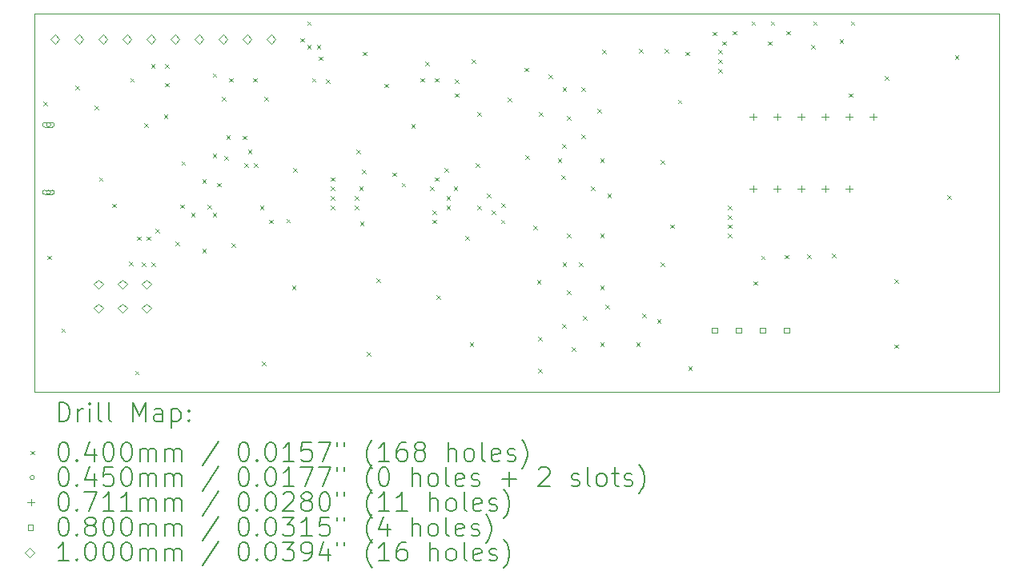
<source format=gbr>
%TF.GenerationSoftware,KiCad,Pcbnew,8.0.4*%
%TF.CreationDate,2024-10-24T23:47:45-04:00*%
%TF.ProjectId,starter_board,73746172-7465-4725-9f62-6f6172642e6b,rev?*%
%TF.SameCoordinates,Original*%
%TF.FileFunction,Drillmap*%
%TF.FilePolarity,Positive*%
%FSLAX45Y45*%
G04 Gerber Fmt 4.5, Leading zero omitted, Abs format (unit mm)*
G04 Created by KiCad (PCBNEW 8.0.4) date 2024-10-24 23:47:45*
%MOMM*%
%LPD*%
G01*
G04 APERTURE LIST*
%ADD10C,0.100000*%
%ADD11C,0.200000*%
G04 APERTURE END LIST*
D10*
X4800600Y-12529200D02*
X15000600Y-12529200D01*
X15000600Y-16529200D01*
X4800600Y-16529200D01*
X4800600Y-12529200D01*
D11*
D10*
X4890600Y-13459200D02*
X4930600Y-13499200D01*
X4930600Y-13459200D02*
X4890600Y-13499200D01*
X4930600Y-15089200D02*
X4970600Y-15129200D01*
X4970600Y-15089200D02*
X4930600Y-15129200D01*
X5080600Y-15859200D02*
X5120600Y-15899200D01*
X5120600Y-15859200D02*
X5080600Y-15899200D01*
X5230600Y-13289200D02*
X5270600Y-13329200D01*
X5270600Y-13289200D02*
X5230600Y-13329200D01*
X5430600Y-13499200D02*
X5470600Y-13539200D01*
X5470600Y-13499200D02*
X5430600Y-13539200D01*
X5480600Y-14259200D02*
X5520600Y-14299200D01*
X5520600Y-14259200D02*
X5480600Y-14299200D01*
X5620600Y-14539200D02*
X5660600Y-14579200D01*
X5660600Y-14539200D02*
X5620600Y-14579200D01*
X5798990Y-15152850D02*
X5838990Y-15192850D01*
X5838990Y-15152850D02*
X5798990Y-15192850D01*
X5810600Y-13209200D02*
X5850600Y-13249200D01*
X5850600Y-13209200D02*
X5810600Y-13249200D01*
X5860600Y-16309200D02*
X5900600Y-16349200D01*
X5900600Y-16309200D02*
X5860600Y-16349200D01*
X5880600Y-14886700D02*
X5920600Y-14926700D01*
X5920600Y-14886700D02*
X5880600Y-14926700D01*
X5930600Y-15159200D02*
X5970600Y-15199200D01*
X5970600Y-15159200D02*
X5930600Y-15199200D01*
X5960600Y-13689200D02*
X6000600Y-13729200D01*
X6000600Y-13689200D02*
X5960600Y-13729200D01*
X5980600Y-14886700D02*
X6020600Y-14926700D01*
X6020600Y-14886700D02*
X5980600Y-14926700D01*
X6030600Y-13059200D02*
X6070600Y-13099200D01*
X6070600Y-13059200D02*
X6030600Y-13099200D01*
X6031865Y-15160465D02*
X6071865Y-15200465D01*
X6071865Y-15160465D02*
X6031865Y-15200465D01*
X6079335Y-14807935D02*
X6119335Y-14847935D01*
X6119335Y-14807935D02*
X6079335Y-14847935D01*
X6165585Y-13596715D02*
X6205585Y-13636715D01*
X6205585Y-13596715D02*
X6165585Y-13636715D01*
X6180600Y-13059200D02*
X6220600Y-13099200D01*
X6220600Y-13059200D02*
X6180600Y-13099200D01*
X6180600Y-13259200D02*
X6220600Y-13299200D01*
X6220600Y-13259200D02*
X6180600Y-13299200D01*
X6290600Y-14939200D02*
X6330600Y-14979200D01*
X6330600Y-14939200D02*
X6290600Y-14979200D01*
X6341000Y-14546269D02*
X6381000Y-14586269D01*
X6381000Y-14546269D02*
X6341000Y-14586269D01*
X6350600Y-14089200D02*
X6390600Y-14129200D01*
X6390600Y-14089200D02*
X6350600Y-14129200D01*
X6453330Y-14639000D02*
X6493330Y-14679000D01*
X6493330Y-14639000D02*
X6453330Y-14679000D01*
X6570600Y-14279200D02*
X6610600Y-14319200D01*
X6610600Y-14279200D02*
X6570600Y-14319200D01*
X6570600Y-15019200D02*
X6610600Y-15059200D01*
X6610600Y-15019200D02*
X6570600Y-15059200D01*
X6627504Y-14554260D02*
X6667504Y-14594260D01*
X6667504Y-14554260D02*
X6627504Y-14594260D01*
X6680600Y-13159200D02*
X6720600Y-13199200D01*
X6720600Y-13159200D02*
X6680600Y-13199200D01*
X6680600Y-14009200D02*
X6720600Y-14049200D01*
X6720600Y-14009200D02*
X6680600Y-14049200D01*
X6680600Y-14639000D02*
X6720600Y-14679000D01*
X6720600Y-14639000D02*
X6680600Y-14679000D01*
X6730600Y-14319200D02*
X6770600Y-14359200D01*
X6770600Y-14319200D02*
X6730600Y-14359200D01*
X6780600Y-13409200D02*
X6820600Y-13449200D01*
X6820600Y-13409200D02*
X6780600Y-13449200D01*
X6806865Y-14032935D02*
X6846865Y-14072935D01*
X6846865Y-14032935D02*
X6806865Y-14072935D01*
X6824565Y-13815235D02*
X6864565Y-13855235D01*
X6864565Y-13815235D02*
X6824565Y-13855235D01*
X6853100Y-13209200D02*
X6893100Y-13249200D01*
X6893100Y-13209200D02*
X6853100Y-13249200D01*
X6880600Y-14959200D02*
X6920600Y-14999200D01*
X6920600Y-14959200D02*
X6880600Y-14999200D01*
X7000600Y-13819200D02*
X7040600Y-13859200D01*
X7040600Y-13819200D02*
X7000600Y-13859200D01*
X7016000Y-14109200D02*
X7056000Y-14149200D01*
X7056000Y-14109200D02*
X7016000Y-14149200D01*
X7054800Y-13964732D02*
X7094800Y-14004732D01*
X7094800Y-13964732D02*
X7054800Y-14004732D01*
X7110600Y-13209200D02*
X7150600Y-13249200D01*
X7150600Y-13209200D02*
X7110600Y-13249200D01*
X7116000Y-14109200D02*
X7156000Y-14149200D01*
X7156000Y-14109200D02*
X7116000Y-14149200D01*
X7180600Y-14559200D02*
X7220600Y-14599200D01*
X7220600Y-14559200D02*
X7180600Y-14599200D01*
X7200600Y-16209200D02*
X7240600Y-16249200D01*
X7240600Y-16209200D02*
X7200600Y-16249200D01*
X7230600Y-13409200D02*
X7270600Y-13449200D01*
X7270600Y-13409200D02*
X7230600Y-13449200D01*
X7280600Y-14709200D02*
X7320600Y-14749200D01*
X7320600Y-14709200D02*
X7280600Y-14749200D01*
X7460600Y-14699200D02*
X7500600Y-14739200D01*
X7500600Y-14699200D02*
X7460600Y-14739200D01*
X7520600Y-15409200D02*
X7560600Y-15449200D01*
X7560600Y-15409200D02*
X7520600Y-15449200D01*
X7530600Y-14159200D02*
X7570600Y-14199200D01*
X7570600Y-14159200D02*
X7530600Y-14199200D01*
X7606865Y-12785465D02*
X7646865Y-12825465D01*
X7646865Y-12785465D02*
X7606865Y-12825465D01*
X7680600Y-12609200D02*
X7720600Y-12649200D01*
X7720600Y-12609200D02*
X7680600Y-12649200D01*
X7680600Y-12859200D02*
X7720600Y-12899200D01*
X7720600Y-12859200D02*
X7680600Y-12899200D01*
X7730600Y-13209200D02*
X7770600Y-13249200D01*
X7770600Y-13209200D02*
X7730600Y-13249200D01*
X7781865Y-12860465D02*
X7821865Y-12900465D01*
X7821865Y-12860465D02*
X7781865Y-12900465D01*
X7802325Y-12980925D02*
X7842325Y-13020925D01*
X7842325Y-12980925D02*
X7802325Y-13020925D01*
X7880600Y-13219200D02*
X7920600Y-13259200D01*
X7920600Y-13219200D02*
X7880600Y-13259200D01*
X7930600Y-14259200D02*
X7970600Y-14299200D01*
X7970600Y-14259200D02*
X7930600Y-14299200D01*
X7930600Y-14359200D02*
X7970600Y-14399200D01*
X7970600Y-14359200D02*
X7930600Y-14399200D01*
X7930600Y-14459200D02*
X7970600Y-14499200D01*
X7970600Y-14459200D02*
X7930600Y-14499200D01*
X7930600Y-14559200D02*
X7970600Y-14599200D01*
X7970600Y-14559200D02*
X7930600Y-14599200D01*
X8183100Y-14459200D02*
X8223100Y-14499200D01*
X8223100Y-14459200D02*
X8183100Y-14499200D01*
X8183100Y-14559200D02*
X8223100Y-14599200D01*
X8223100Y-14559200D02*
X8183100Y-14599200D01*
X8200600Y-13969200D02*
X8240600Y-14009200D01*
X8240600Y-13969200D02*
X8200600Y-14009200D01*
X8230600Y-14359200D02*
X8270600Y-14399200D01*
X8270600Y-14359200D02*
X8230600Y-14399200D01*
X8240600Y-14729200D02*
X8280600Y-14769200D01*
X8280600Y-14729200D02*
X8240600Y-14769200D01*
X8260600Y-14179200D02*
X8300600Y-14219200D01*
X8300600Y-14179200D02*
X8260600Y-14219200D01*
X8270600Y-12929200D02*
X8310600Y-12969200D01*
X8310600Y-12929200D02*
X8270600Y-12969200D01*
X8310600Y-16109200D02*
X8350600Y-16149200D01*
X8350600Y-16109200D02*
X8310600Y-16149200D01*
X8410600Y-15329200D02*
X8450600Y-15369200D01*
X8450600Y-15329200D02*
X8410600Y-15369200D01*
X8500600Y-13269200D02*
X8540600Y-13309200D01*
X8540600Y-13269200D02*
X8500600Y-13309200D01*
X8580600Y-14209200D02*
X8620600Y-14249200D01*
X8620600Y-14209200D02*
X8580600Y-14249200D01*
X8680600Y-14319200D02*
X8720600Y-14359200D01*
X8720600Y-14319200D02*
X8680600Y-14359200D01*
X8780600Y-13699200D02*
X8820600Y-13739200D01*
X8820600Y-13699200D02*
X8780600Y-13739200D01*
X8880600Y-13209200D02*
X8920600Y-13249200D01*
X8920600Y-13209200D02*
X8880600Y-13249200D01*
X8930600Y-13036700D02*
X8970600Y-13076700D01*
X8970600Y-13036700D02*
X8930600Y-13076700D01*
X8980600Y-14359200D02*
X9020600Y-14399200D01*
X9020600Y-14359200D02*
X8980600Y-14399200D01*
X9008100Y-14609200D02*
X9048100Y-14649200D01*
X9048100Y-14609200D02*
X9008100Y-14649200D01*
X9008100Y-14709200D02*
X9048100Y-14749200D01*
X9048100Y-14709200D02*
X9008100Y-14749200D01*
X9030600Y-13209200D02*
X9070600Y-13249200D01*
X9070600Y-13209200D02*
X9030600Y-13249200D01*
X9030600Y-14259200D02*
X9070600Y-14299200D01*
X9070600Y-14259200D02*
X9030600Y-14299200D01*
X9050600Y-15509200D02*
X9090600Y-15549200D01*
X9090600Y-15509200D02*
X9050600Y-15549200D01*
X9130600Y-14159200D02*
X9170600Y-14199200D01*
X9170600Y-14159200D02*
X9130600Y-14199200D01*
X9153100Y-14459200D02*
X9193100Y-14499200D01*
X9193100Y-14459200D02*
X9153100Y-14499200D01*
X9153100Y-14559200D02*
X9193100Y-14599200D01*
X9193100Y-14559200D02*
X9153100Y-14599200D01*
X9230600Y-14359200D02*
X9270600Y-14399200D01*
X9270600Y-14359200D02*
X9230600Y-14399200D01*
X9240600Y-13369200D02*
X9280600Y-13409200D01*
X9280600Y-13369200D02*
X9240600Y-13409200D01*
X9243115Y-13224215D02*
X9283115Y-13264215D01*
X9283115Y-13224215D02*
X9243115Y-13264215D01*
X9353027Y-14881626D02*
X9393027Y-14921626D01*
X9393027Y-14881626D02*
X9353027Y-14921626D01*
X9400600Y-16009200D02*
X9440600Y-16049200D01*
X9440600Y-16009200D02*
X9400600Y-16049200D01*
X9420600Y-13009200D02*
X9460600Y-13049200D01*
X9460600Y-13009200D02*
X9420600Y-13049200D01*
X9460600Y-14109200D02*
X9500600Y-14149200D01*
X9500600Y-14109200D02*
X9460600Y-14149200D01*
X9479335Y-14557935D02*
X9519335Y-14597935D01*
X9519335Y-14557935D02*
X9479335Y-14597935D01*
X9480600Y-13569200D02*
X9520600Y-13609200D01*
X9520600Y-13569200D02*
X9480600Y-13609200D01*
X9580600Y-14431700D02*
X9620600Y-14471700D01*
X9620600Y-14431700D02*
X9580600Y-14471700D01*
X9631865Y-14610465D02*
X9671865Y-14650465D01*
X9671865Y-14610465D02*
X9631865Y-14650465D01*
X9730600Y-14709200D02*
X9770600Y-14749200D01*
X9770600Y-14709200D02*
X9730600Y-14749200D01*
X9731865Y-14531700D02*
X9771865Y-14571700D01*
X9771865Y-14531700D02*
X9731865Y-14571700D01*
X9800600Y-13419200D02*
X9840600Y-13459200D01*
X9840600Y-13419200D02*
X9800600Y-13459200D01*
X9980600Y-13099200D02*
X10020600Y-13139200D01*
X10020600Y-13099200D02*
X9980600Y-13139200D01*
X9990600Y-14029200D02*
X10030600Y-14069200D01*
X10030600Y-14029200D02*
X9990600Y-14069200D01*
X10070600Y-14769200D02*
X10110600Y-14809200D01*
X10110600Y-14769200D02*
X10070600Y-14809200D01*
X10110600Y-15349200D02*
X10150600Y-15389200D01*
X10150600Y-15349200D02*
X10110600Y-15389200D01*
X10120600Y-15949200D02*
X10160600Y-15989200D01*
X10160600Y-15949200D02*
X10120600Y-15989200D01*
X10120600Y-16289200D02*
X10160600Y-16329200D01*
X10160600Y-16289200D02*
X10120600Y-16329200D01*
X10130600Y-13569200D02*
X10170600Y-13609200D01*
X10170600Y-13569200D02*
X10130600Y-13609200D01*
X10230600Y-13169200D02*
X10270600Y-13209200D01*
X10270600Y-13169200D02*
X10230600Y-13209200D01*
X10331237Y-14059837D02*
X10371237Y-14099837D01*
X10371237Y-14059837D02*
X10331237Y-14099837D01*
X10370600Y-14239200D02*
X10410600Y-14279200D01*
X10410600Y-14239200D02*
X10370600Y-14279200D01*
X10379335Y-13910465D02*
X10419335Y-13950465D01*
X10419335Y-13910465D02*
X10379335Y-13950465D01*
X10379335Y-15810465D02*
X10419335Y-15850465D01*
X10419335Y-15810465D02*
X10379335Y-15850465D01*
X10380600Y-13309200D02*
X10420600Y-13349200D01*
X10420600Y-13309200D02*
X10380600Y-13349200D01*
X10380600Y-15159200D02*
X10420600Y-15199200D01*
X10420600Y-15159200D02*
X10380600Y-15199200D01*
X10430600Y-13609200D02*
X10470600Y-13649200D01*
X10470600Y-13609200D02*
X10430600Y-13649200D01*
X10430600Y-14859200D02*
X10470600Y-14899200D01*
X10470600Y-14859200D02*
X10430600Y-14899200D01*
X10430600Y-15459200D02*
X10470600Y-15499200D01*
X10470600Y-15459200D02*
X10430600Y-15499200D01*
X10479335Y-16060465D02*
X10519335Y-16100465D01*
X10519335Y-16060465D02*
X10479335Y-16100465D01*
X10553100Y-15159200D02*
X10593100Y-15199200D01*
X10593100Y-15159200D02*
X10553100Y-15199200D01*
X10580600Y-13309200D02*
X10620600Y-13349200D01*
X10620600Y-13309200D02*
X10580600Y-13349200D01*
X10580600Y-13809200D02*
X10620600Y-13849200D01*
X10620600Y-13809200D02*
X10580600Y-13849200D01*
X10600600Y-15729200D02*
X10640600Y-15769200D01*
X10640600Y-15729200D02*
X10600600Y-15769200D01*
X10680600Y-14359200D02*
X10720600Y-14399200D01*
X10720600Y-14359200D02*
X10680600Y-14399200D01*
X10753027Y-13536773D02*
X10793027Y-13576773D01*
X10793027Y-13536773D02*
X10753027Y-13576773D01*
X10780600Y-14059200D02*
X10820600Y-14099200D01*
X10820600Y-14059200D02*
X10780600Y-14099200D01*
X10780600Y-14859200D02*
X10820600Y-14899200D01*
X10820600Y-14859200D02*
X10780600Y-14899200D01*
X10780600Y-15409200D02*
X10820600Y-15449200D01*
X10820600Y-15409200D02*
X10780600Y-15449200D01*
X10780600Y-16009200D02*
X10820600Y-16049200D01*
X10820600Y-16009200D02*
X10780600Y-16049200D01*
X10800600Y-12909200D02*
X10840600Y-12949200D01*
X10840600Y-12909200D02*
X10800600Y-12949200D01*
X10831865Y-15607935D02*
X10871865Y-15647935D01*
X10871865Y-15607935D02*
X10831865Y-15647935D01*
X10856865Y-14435465D02*
X10896865Y-14475465D01*
X10896865Y-14435465D02*
X10856865Y-14475465D01*
X11160600Y-16009200D02*
X11200600Y-16049200D01*
X11200600Y-16009200D02*
X11160600Y-16049200D01*
X11190600Y-12899200D02*
X11230600Y-12939200D01*
X11230600Y-12899200D02*
X11190600Y-12939200D01*
X11222873Y-15703329D02*
X11262873Y-15743329D01*
X11262873Y-15703329D02*
X11222873Y-15743329D01*
X11380600Y-15759200D02*
X11420600Y-15799200D01*
X11420600Y-15759200D02*
X11380600Y-15799200D01*
X11420600Y-14079200D02*
X11460600Y-14119200D01*
X11460600Y-14079200D02*
X11420600Y-14119200D01*
X11420600Y-15159200D02*
X11460600Y-15199200D01*
X11460600Y-15159200D02*
X11420600Y-15199200D01*
X11460600Y-12899200D02*
X11500600Y-12939200D01*
X11500600Y-12899200D02*
X11460600Y-12939200D01*
X11520600Y-14759200D02*
X11560600Y-14799200D01*
X11560600Y-14759200D02*
X11520600Y-14799200D01*
X11600600Y-13439200D02*
X11640600Y-13479200D01*
X11640600Y-13439200D02*
X11600600Y-13479200D01*
X11680600Y-12929200D02*
X11720600Y-12969200D01*
X11720600Y-12929200D02*
X11680600Y-12969200D01*
X11710600Y-16259200D02*
X11750600Y-16299200D01*
X11750600Y-16259200D02*
X11710600Y-16299200D01*
X11970585Y-12719215D02*
X12010585Y-12759215D01*
X12010585Y-12719215D02*
X11970585Y-12759215D01*
X12029978Y-12910600D02*
X12069978Y-12950600D01*
X12069978Y-12910600D02*
X12029978Y-12950600D01*
X12030600Y-13110598D02*
X12070600Y-13150598D01*
X12070600Y-13110598D02*
X12030600Y-13150598D01*
X12030609Y-13010598D02*
X12070609Y-13050598D01*
X12070609Y-13010598D02*
X12030609Y-13050598D01*
X12070585Y-12819215D02*
X12110585Y-12859215D01*
X12110585Y-12819215D02*
X12070585Y-12859215D01*
X12130600Y-14559200D02*
X12170600Y-14599200D01*
X12170600Y-14559200D02*
X12130600Y-14599200D01*
X12130600Y-14659200D02*
X12170600Y-14699200D01*
X12170600Y-14659200D02*
X12130600Y-14699200D01*
X12130600Y-14759200D02*
X12170600Y-14799200D01*
X12170600Y-14759200D02*
X12130600Y-14799200D01*
X12130600Y-14859200D02*
X12170600Y-14899200D01*
X12170600Y-14859200D02*
X12130600Y-14899200D01*
X12180600Y-12709200D02*
X12220600Y-12749200D01*
X12220600Y-12709200D02*
X12180600Y-12749200D01*
X12380600Y-12609200D02*
X12420600Y-12649200D01*
X12420600Y-12609200D02*
X12380600Y-12649200D01*
X12400600Y-15359200D02*
X12440600Y-15399200D01*
X12440600Y-15359200D02*
X12400600Y-15399200D01*
X12480600Y-15089200D02*
X12520600Y-15129200D01*
X12520600Y-15089200D02*
X12480600Y-15129200D01*
X12550600Y-12819200D02*
X12590600Y-12859200D01*
X12590600Y-12819200D02*
X12550600Y-12859200D01*
X12581865Y-12607935D02*
X12621865Y-12647935D01*
X12621865Y-12607935D02*
X12581865Y-12647935D01*
X12729335Y-15080465D02*
X12769335Y-15120465D01*
X12769335Y-15080465D02*
X12729335Y-15120465D01*
X12750600Y-12709200D02*
X12790600Y-12749200D01*
X12790600Y-12709200D02*
X12750600Y-12749200D01*
X12970600Y-15079200D02*
X13010600Y-15119200D01*
X13010600Y-15079200D02*
X12970600Y-15119200D01*
X13010600Y-12859200D02*
X13050600Y-12899200D01*
X13050600Y-12859200D02*
X13010600Y-12899200D01*
X13030600Y-12609200D02*
X13070600Y-12649200D01*
X13070600Y-12609200D02*
X13030600Y-12649200D01*
X13230600Y-15069200D02*
X13270600Y-15109200D01*
X13270600Y-15069200D02*
X13230600Y-15109200D01*
X13310600Y-12799200D02*
X13350600Y-12839200D01*
X13350600Y-12799200D02*
X13310600Y-12839200D01*
X13410600Y-13369200D02*
X13450600Y-13409200D01*
X13450600Y-13369200D02*
X13410600Y-13409200D01*
X13430600Y-12609200D02*
X13470600Y-12649200D01*
X13470600Y-12609200D02*
X13430600Y-12649200D01*
X13790600Y-13189200D02*
X13830600Y-13229200D01*
X13830600Y-13189200D02*
X13790600Y-13229200D01*
X13890600Y-15339200D02*
X13930600Y-15379200D01*
X13930600Y-15339200D02*
X13890600Y-15379200D01*
X13890600Y-16029200D02*
X13930600Y-16069200D01*
X13930600Y-16029200D02*
X13890600Y-16069200D01*
X14450600Y-14449200D02*
X14490600Y-14489200D01*
X14490600Y-14449200D02*
X14450600Y-14489200D01*
X14530600Y-12969200D02*
X14570600Y-13009200D01*
X14570600Y-12969200D02*
X14530600Y-13009200D01*
X4968400Y-13703200D02*
G75*
G02*
X4923400Y-13703200I-22500J0D01*
G01*
X4923400Y-13703200D02*
G75*
G02*
X4968400Y-13703200I22500J0D01*
G01*
X4905900Y-13725700D02*
X4985900Y-13725700D01*
X4985900Y-13680700D02*
G75*
G02*
X4985900Y-13725700I0J-22500D01*
G01*
X4985900Y-13680700D02*
X4905900Y-13680700D01*
X4905900Y-13680700D02*
G75*
G03*
X4905900Y-13725700I0J-22500D01*
G01*
X4968400Y-14418200D02*
G75*
G02*
X4923400Y-14418200I-22500J0D01*
G01*
X4923400Y-14418200D02*
G75*
G02*
X4968400Y-14418200I22500J0D01*
G01*
X4985900Y-14395700D02*
X4905900Y-14395700D01*
X4905900Y-14440700D02*
G75*
G02*
X4905900Y-14395700I0J22500D01*
G01*
X4905900Y-14440700D02*
X4985900Y-14440700D01*
X4985900Y-14440700D02*
G75*
G03*
X4985900Y-14395700I0J22500D01*
G01*
X12396600Y-13581640D02*
X12396600Y-13652760D01*
X12361040Y-13617200D02*
X12432160Y-13617200D01*
X12396600Y-14343640D02*
X12396600Y-14414760D01*
X12361040Y-14379200D02*
X12432160Y-14379200D01*
X12650600Y-13581640D02*
X12650600Y-13652760D01*
X12615040Y-13617200D02*
X12686160Y-13617200D01*
X12650600Y-14343640D02*
X12650600Y-14414760D01*
X12615040Y-14379200D02*
X12686160Y-14379200D01*
X12904600Y-13581640D02*
X12904600Y-13652760D01*
X12869040Y-13617200D02*
X12940160Y-13617200D01*
X12904600Y-14343640D02*
X12904600Y-14414760D01*
X12869040Y-14379200D02*
X12940160Y-14379200D01*
X13158600Y-13581640D02*
X13158600Y-13652760D01*
X13123040Y-13617200D02*
X13194160Y-13617200D01*
X13158600Y-14343640D02*
X13158600Y-14414760D01*
X13123040Y-14379200D02*
X13194160Y-14379200D01*
X13412600Y-13581640D02*
X13412600Y-13652760D01*
X13377040Y-13617200D02*
X13448160Y-13617200D01*
X13412600Y-14343640D02*
X13412600Y-14414760D01*
X13377040Y-14379200D02*
X13448160Y-14379200D01*
X13666600Y-13581640D02*
X13666600Y-13652760D01*
X13631040Y-13617200D02*
X13702160Y-13617200D01*
X12016884Y-15907484D02*
X12016884Y-15850915D01*
X11960315Y-15850915D01*
X11960315Y-15907484D01*
X12016884Y-15907484D01*
X12270884Y-15907484D02*
X12270884Y-15850915D01*
X12214315Y-15850915D01*
X12214315Y-15907484D01*
X12270884Y-15907484D01*
X12524884Y-15907484D02*
X12524884Y-15850915D01*
X12468315Y-15850915D01*
X12468315Y-15907484D01*
X12524884Y-15907484D01*
X12778884Y-15907484D02*
X12778884Y-15850915D01*
X12722315Y-15850915D01*
X12722315Y-15907484D01*
X12778884Y-15907484D01*
X5013000Y-12850000D02*
X5063000Y-12800000D01*
X5013000Y-12750000D01*
X4963000Y-12800000D01*
X5013000Y-12850000D01*
X5267000Y-12850000D02*
X5317000Y-12800000D01*
X5267000Y-12750000D01*
X5217000Y-12800000D01*
X5267000Y-12850000D01*
X5473700Y-15442400D02*
X5523700Y-15392400D01*
X5473700Y-15342400D01*
X5423700Y-15392400D01*
X5473700Y-15442400D01*
X5473700Y-15696400D02*
X5523700Y-15646400D01*
X5473700Y-15596400D01*
X5423700Y-15646400D01*
X5473700Y-15696400D01*
X5521000Y-12850000D02*
X5571000Y-12800000D01*
X5521000Y-12750000D01*
X5471000Y-12800000D01*
X5521000Y-12850000D01*
X5727700Y-15442400D02*
X5777700Y-15392400D01*
X5727700Y-15342400D01*
X5677700Y-15392400D01*
X5727700Y-15442400D01*
X5727700Y-15696400D02*
X5777700Y-15646400D01*
X5727700Y-15596400D01*
X5677700Y-15646400D01*
X5727700Y-15696400D01*
X5775000Y-12850000D02*
X5825000Y-12800000D01*
X5775000Y-12750000D01*
X5725000Y-12800000D01*
X5775000Y-12850000D01*
X5981700Y-15442400D02*
X6031700Y-15392400D01*
X5981700Y-15342400D01*
X5931700Y-15392400D01*
X5981700Y-15442400D01*
X5981700Y-15696400D02*
X6031700Y-15646400D01*
X5981700Y-15596400D01*
X5931700Y-15646400D01*
X5981700Y-15696400D01*
X6029000Y-12850000D02*
X6079000Y-12800000D01*
X6029000Y-12750000D01*
X5979000Y-12800000D01*
X6029000Y-12850000D01*
X6283000Y-12850000D02*
X6333000Y-12800000D01*
X6283000Y-12750000D01*
X6233000Y-12800000D01*
X6283000Y-12850000D01*
X6537000Y-12850000D02*
X6587000Y-12800000D01*
X6537000Y-12750000D01*
X6487000Y-12800000D01*
X6537000Y-12850000D01*
X6791000Y-12850000D02*
X6841000Y-12800000D01*
X6791000Y-12750000D01*
X6741000Y-12800000D01*
X6791000Y-12850000D01*
X7045000Y-12850000D02*
X7095000Y-12800000D01*
X7045000Y-12750000D01*
X6995000Y-12800000D01*
X7045000Y-12850000D01*
X7299000Y-12850000D02*
X7349000Y-12800000D01*
X7299000Y-12750000D01*
X7249000Y-12800000D01*
X7299000Y-12850000D01*
D11*
X5056377Y-16845684D02*
X5056377Y-16645684D01*
X5056377Y-16645684D02*
X5103996Y-16645684D01*
X5103996Y-16645684D02*
X5132567Y-16655208D01*
X5132567Y-16655208D02*
X5151615Y-16674255D01*
X5151615Y-16674255D02*
X5161139Y-16693303D01*
X5161139Y-16693303D02*
X5170663Y-16731398D01*
X5170663Y-16731398D02*
X5170663Y-16759969D01*
X5170663Y-16759969D02*
X5161139Y-16798065D01*
X5161139Y-16798065D02*
X5151615Y-16817112D01*
X5151615Y-16817112D02*
X5132567Y-16836160D01*
X5132567Y-16836160D02*
X5103996Y-16845684D01*
X5103996Y-16845684D02*
X5056377Y-16845684D01*
X5256377Y-16845684D02*
X5256377Y-16712350D01*
X5256377Y-16750446D02*
X5265901Y-16731398D01*
X5265901Y-16731398D02*
X5275424Y-16721874D01*
X5275424Y-16721874D02*
X5294472Y-16712350D01*
X5294472Y-16712350D02*
X5313520Y-16712350D01*
X5380186Y-16845684D02*
X5380186Y-16712350D01*
X5380186Y-16645684D02*
X5370663Y-16655208D01*
X5370663Y-16655208D02*
X5380186Y-16664731D01*
X5380186Y-16664731D02*
X5389710Y-16655208D01*
X5389710Y-16655208D02*
X5380186Y-16645684D01*
X5380186Y-16645684D02*
X5380186Y-16664731D01*
X5503996Y-16845684D02*
X5484948Y-16836160D01*
X5484948Y-16836160D02*
X5475424Y-16817112D01*
X5475424Y-16817112D02*
X5475424Y-16645684D01*
X5608758Y-16845684D02*
X5589710Y-16836160D01*
X5589710Y-16836160D02*
X5580186Y-16817112D01*
X5580186Y-16817112D02*
X5580186Y-16645684D01*
X5837329Y-16845684D02*
X5837329Y-16645684D01*
X5837329Y-16645684D02*
X5903996Y-16788541D01*
X5903996Y-16788541D02*
X5970662Y-16645684D01*
X5970662Y-16645684D02*
X5970662Y-16845684D01*
X6151615Y-16845684D02*
X6151615Y-16740922D01*
X6151615Y-16740922D02*
X6142091Y-16721874D01*
X6142091Y-16721874D02*
X6123043Y-16712350D01*
X6123043Y-16712350D02*
X6084948Y-16712350D01*
X6084948Y-16712350D02*
X6065901Y-16721874D01*
X6151615Y-16836160D02*
X6132567Y-16845684D01*
X6132567Y-16845684D02*
X6084948Y-16845684D01*
X6084948Y-16845684D02*
X6065901Y-16836160D01*
X6065901Y-16836160D02*
X6056377Y-16817112D01*
X6056377Y-16817112D02*
X6056377Y-16798065D01*
X6056377Y-16798065D02*
X6065901Y-16779017D01*
X6065901Y-16779017D02*
X6084948Y-16769493D01*
X6084948Y-16769493D02*
X6132567Y-16769493D01*
X6132567Y-16769493D02*
X6151615Y-16759969D01*
X6246853Y-16712350D02*
X6246853Y-16912350D01*
X6246853Y-16721874D02*
X6265901Y-16712350D01*
X6265901Y-16712350D02*
X6303996Y-16712350D01*
X6303996Y-16712350D02*
X6323043Y-16721874D01*
X6323043Y-16721874D02*
X6332567Y-16731398D01*
X6332567Y-16731398D02*
X6342091Y-16750446D01*
X6342091Y-16750446D02*
X6342091Y-16807589D01*
X6342091Y-16807589D02*
X6332567Y-16826636D01*
X6332567Y-16826636D02*
X6323043Y-16836160D01*
X6323043Y-16836160D02*
X6303996Y-16845684D01*
X6303996Y-16845684D02*
X6265901Y-16845684D01*
X6265901Y-16845684D02*
X6246853Y-16836160D01*
X6427805Y-16826636D02*
X6437329Y-16836160D01*
X6437329Y-16836160D02*
X6427805Y-16845684D01*
X6427805Y-16845684D02*
X6418282Y-16836160D01*
X6418282Y-16836160D02*
X6427805Y-16826636D01*
X6427805Y-16826636D02*
X6427805Y-16845684D01*
X6427805Y-16721874D02*
X6437329Y-16731398D01*
X6437329Y-16731398D02*
X6427805Y-16740922D01*
X6427805Y-16740922D02*
X6418282Y-16731398D01*
X6418282Y-16731398D02*
X6427805Y-16721874D01*
X6427805Y-16721874D02*
X6427805Y-16740922D01*
D10*
X4755600Y-17154200D02*
X4795600Y-17194200D01*
X4795600Y-17154200D02*
X4755600Y-17194200D01*
D11*
X5094472Y-17065684D02*
X5113520Y-17065684D01*
X5113520Y-17065684D02*
X5132567Y-17075208D01*
X5132567Y-17075208D02*
X5142091Y-17084731D01*
X5142091Y-17084731D02*
X5151615Y-17103779D01*
X5151615Y-17103779D02*
X5161139Y-17141874D01*
X5161139Y-17141874D02*
X5161139Y-17189493D01*
X5161139Y-17189493D02*
X5151615Y-17227589D01*
X5151615Y-17227589D02*
X5142091Y-17246636D01*
X5142091Y-17246636D02*
X5132567Y-17256160D01*
X5132567Y-17256160D02*
X5113520Y-17265684D01*
X5113520Y-17265684D02*
X5094472Y-17265684D01*
X5094472Y-17265684D02*
X5075424Y-17256160D01*
X5075424Y-17256160D02*
X5065901Y-17246636D01*
X5065901Y-17246636D02*
X5056377Y-17227589D01*
X5056377Y-17227589D02*
X5046853Y-17189493D01*
X5046853Y-17189493D02*
X5046853Y-17141874D01*
X5046853Y-17141874D02*
X5056377Y-17103779D01*
X5056377Y-17103779D02*
X5065901Y-17084731D01*
X5065901Y-17084731D02*
X5075424Y-17075208D01*
X5075424Y-17075208D02*
X5094472Y-17065684D01*
X5246853Y-17246636D02*
X5256377Y-17256160D01*
X5256377Y-17256160D02*
X5246853Y-17265684D01*
X5246853Y-17265684D02*
X5237329Y-17256160D01*
X5237329Y-17256160D02*
X5246853Y-17246636D01*
X5246853Y-17246636D02*
X5246853Y-17265684D01*
X5427805Y-17132350D02*
X5427805Y-17265684D01*
X5380186Y-17056160D02*
X5332567Y-17199017D01*
X5332567Y-17199017D02*
X5456377Y-17199017D01*
X5570663Y-17065684D02*
X5589710Y-17065684D01*
X5589710Y-17065684D02*
X5608758Y-17075208D01*
X5608758Y-17075208D02*
X5618282Y-17084731D01*
X5618282Y-17084731D02*
X5627805Y-17103779D01*
X5627805Y-17103779D02*
X5637329Y-17141874D01*
X5637329Y-17141874D02*
X5637329Y-17189493D01*
X5637329Y-17189493D02*
X5627805Y-17227589D01*
X5627805Y-17227589D02*
X5618282Y-17246636D01*
X5618282Y-17246636D02*
X5608758Y-17256160D01*
X5608758Y-17256160D02*
X5589710Y-17265684D01*
X5589710Y-17265684D02*
X5570663Y-17265684D01*
X5570663Y-17265684D02*
X5551615Y-17256160D01*
X5551615Y-17256160D02*
X5542091Y-17246636D01*
X5542091Y-17246636D02*
X5532567Y-17227589D01*
X5532567Y-17227589D02*
X5523044Y-17189493D01*
X5523044Y-17189493D02*
X5523044Y-17141874D01*
X5523044Y-17141874D02*
X5532567Y-17103779D01*
X5532567Y-17103779D02*
X5542091Y-17084731D01*
X5542091Y-17084731D02*
X5551615Y-17075208D01*
X5551615Y-17075208D02*
X5570663Y-17065684D01*
X5761139Y-17065684D02*
X5780186Y-17065684D01*
X5780186Y-17065684D02*
X5799234Y-17075208D01*
X5799234Y-17075208D02*
X5808758Y-17084731D01*
X5808758Y-17084731D02*
X5818282Y-17103779D01*
X5818282Y-17103779D02*
X5827805Y-17141874D01*
X5827805Y-17141874D02*
X5827805Y-17189493D01*
X5827805Y-17189493D02*
X5818282Y-17227589D01*
X5818282Y-17227589D02*
X5808758Y-17246636D01*
X5808758Y-17246636D02*
X5799234Y-17256160D01*
X5799234Y-17256160D02*
X5780186Y-17265684D01*
X5780186Y-17265684D02*
X5761139Y-17265684D01*
X5761139Y-17265684D02*
X5742091Y-17256160D01*
X5742091Y-17256160D02*
X5732567Y-17246636D01*
X5732567Y-17246636D02*
X5723043Y-17227589D01*
X5723043Y-17227589D02*
X5713520Y-17189493D01*
X5713520Y-17189493D02*
X5713520Y-17141874D01*
X5713520Y-17141874D02*
X5723043Y-17103779D01*
X5723043Y-17103779D02*
X5732567Y-17084731D01*
X5732567Y-17084731D02*
X5742091Y-17075208D01*
X5742091Y-17075208D02*
X5761139Y-17065684D01*
X5913520Y-17265684D02*
X5913520Y-17132350D01*
X5913520Y-17151398D02*
X5923043Y-17141874D01*
X5923043Y-17141874D02*
X5942091Y-17132350D01*
X5942091Y-17132350D02*
X5970663Y-17132350D01*
X5970663Y-17132350D02*
X5989710Y-17141874D01*
X5989710Y-17141874D02*
X5999234Y-17160922D01*
X5999234Y-17160922D02*
X5999234Y-17265684D01*
X5999234Y-17160922D02*
X6008758Y-17141874D01*
X6008758Y-17141874D02*
X6027805Y-17132350D01*
X6027805Y-17132350D02*
X6056377Y-17132350D01*
X6056377Y-17132350D02*
X6075424Y-17141874D01*
X6075424Y-17141874D02*
X6084948Y-17160922D01*
X6084948Y-17160922D02*
X6084948Y-17265684D01*
X6180186Y-17265684D02*
X6180186Y-17132350D01*
X6180186Y-17151398D02*
X6189710Y-17141874D01*
X6189710Y-17141874D02*
X6208758Y-17132350D01*
X6208758Y-17132350D02*
X6237329Y-17132350D01*
X6237329Y-17132350D02*
X6256377Y-17141874D01*
X6256377Y-17141874D02*
X6265901Y-17160922D01*
X6265901Y-17160922D02*
X6265901Y-17265684D01*
X6265901Y-17160922D02*
X6275424Y-17141874D01*
X6275424Y-17141874D02*
X6294472Y-17132350D01*
X6294472Y-17132350D02*
X6323043Y-17132350D01*
X6323043Y-17132350D02*
X6342091Y-17141874D01*
X6342091Y-17141874D02*
X6351615Y-17160922D01*
X6351615Y-17160922D02*
X6351615Y-17265684D01*
X6742091Y-17056160D02*
X6570663Y-17313303D01*
X6999234Y-17065684D02*
X7018282Y-17065684D01*
X7018282Y-17065684D02*
X7037329Y-17075208D01*
X7037329Y-17075208D02*
X7046853Y-17084731D01*
X7046853Y-17084731D02*
X7056377Y-17103779D01*
X7056377Y-17103779D02*
X7065901Y-17141874D01*
X7065901Y-17141874D02*
X7065901Y-17189493D01*
X7065901Y-17189493D02*
X7056377Y-17227589D01*
X7056377Y-17227589D02*
X7046853Y-17246636D01*
X7046853Y-17246636D02*
X7037329Y-17256160D01*
X7037329Y-17256160D02*
X7018282Y-17265684D01*
X7018282Y-17265684D02*
X6999234Y-17265684D01*
X6999234Y-17265684D02*
X6980186Y-17256160D01*
X6980186Y-17256160D02*
X6970663Y-17246636D01*
X6970663Y-17246636D02*
X6961139Y-17227589D01*
X6961139Y-17227589D02*
X6951615Y-17189493D01*
X6951615Y-17189493D02*
X6951615Y-17141874D01*
X6951615Y-17141874D02*
X6961139Y-17103779D01*
X6961139Y-17103779D02*
X6970663Y-17084731D01*
X6970663Y-17084731D02*
X6980186Y-17075208D01*
X6980186Y-17075208D02*
X6999234Y-17065684D01*
X7151615Y-17246636D02*
X7161139Y-17256160D01*
X7161139Y-17256160D02*
X7151615Y-17265684D01*
X7151615Y-17265684D02*
X7142091Y-17256160D01*
X7142091Y-17256160D02*
X7151615Y-17246636D01*
X7151615Y-17246636D02*
X7151615Y-17265684D01*
X7284948Y-17065684D02*
X7303996Y-17065684D01*
X7303996Y-17065684D02*
X7323044Y-17075208D01*
X7323044Y-17075208D02*
X7332567Y-17084731D01*
X7332567Y-17084731D02*
X7342091Y-17103779D01*
X7342091Y-17103779D02*
X7351615Y-17141874D01*
X7351615Y-17141874D02*
X7351615Y-17189493D01*
X7351615Y-17189493D02*
X7342091Y-17227589D01*
X7342091Y-17227589D02*
X7332567Y-17246636D01*
X7332567Y-17246636D02*
X7323044Y-17256160D01*
X7323044Y-17256160D02*
X7303996Y-17265684D01*
X7303996Y-17265684D02*
X7284948Y-17265684D01*
X7284948Y-17265684D02*
X7265901Y-17256160D01*
X7265901Y-17256160D02*
X7256377Y-17246636D01*
X7256377Y-17246636D02*
X7246853Y-17227589D01*
X7246853Y-17227589D02*
X7237329Y-17189493D01*
X7237329Y-17189493D02*
X7237329Y-17141874D01*
X7237329Y-17141874D02*
X7246853Y-17103779D01*
X7246853Y-17103779D02*
X7256377Y-17084731D01*
X7256377Y-17084731D02*
X7265901Y-17075208D01*
X7265901Y-17075208D02*
X7284948Y-17065684D01*
X7542091Y-17265684D02*
X7427806Y-17265684D01*
X7484948Y-17265684D02*
X7484948Y-17065684D01*
X7484948Y-17065684D02*
X7465901Y-17094255D01*
X7465901Y-17094255D02*
X7446853Y-17113303D01*
X7446853Y-17113303D02*
X7427806Y-17122827D01*
X7723044Y-17065684D02*
X7627806Y-17065684D01*
X7627806Y-17065684D02*
X7618282Y-17160922D01*
X7618282Y-17160922D02*
X7627806Y-17151398D01*
X7627806Y-17151398D02*
X7646853Y-17141874D01*
X7646853Y-17141874D02*
X7694472Y-17141874D01*
X7694472Y-17141874D02*
X7713520Y-17151398D01*
X7713520Y-17151398D02*
X7723044Y-17160922D01*
X7723044Y-17160922D02*
X7732567Y-17179970D01*
X7732567Y-17179970D02*
X7732567Y-17227589D01*
X7732567Y-17227589D02*
X7723044Y-17246636D01*
X7723044Y-17246636D02*
X7713520Y-17256160D01*
X7713520Y-17256160D02*
X7694472Y-17265684D01*
X7694472Y-17265684D02*
X7646853Y-17265684D01*
X7646853Y-17265684D02*
X7627806Y-17256160D01*
X7627806Y-17256160D02*
X7618282Y-17246636D01*
X7799234Y-17065684D02*
X7932567Y-17065684D01*
X7932567Y-17065684D02*
X7846853Y-17265684D01*
X7999234Y-17065684D02*
X7999234Y-17103779D01*
X8075425Y-17065684D02*
X8075425Y-17103779D01*
X8370663Y-17341874D02*
X8361139Y-17332350D01*
X8361139Y-17332350D02*
X8342091Y-17303779D01*
X8342091Y-17303779D02*
X8332568Y-17284731D01*
X8332568Y-17284731D02*
X8323044Y-17256160D01*
X8323044Y-17256160D02*
X8313520Y-17208541D01*
X8313520Y-17208541D02*
X8313520Y-17170446D01*
X8313520Y-17170446D02*
X8323044Y-17122827D01*
X8323044Y-17122827D02*
X8332568Y-17094255D01*
X8332568Y-17094255D02*
X8342091Y-17075208D01*
X8342091Y-17075208D02*
X8361139Y-17046636D01*
X8361139Y-17046636D02*
X8370663Y-17037112D01*
X8551615Y-17265684D02*
X8437330Y-17265684D01*
X8494472Y-17265684D02*
X8494472Y-17065684D01*
X8494472Y-17065684D02*
X8475425Y-17094255D01*
X8475425Y-17094255D02*
X8456377Y-17113303D01*
X8456377Y-17113303D02*
X8437330Y-17122827D01*
X8723044Y-17065684D02*
X8684949Y-17065684D01*
X8684949Y-17065684D02*
X8665901Y-17075208D01*
X8665901Y-17075208D02*
X8656377Y-17084731D01*
X8656377Y-17084731D02*
X8637330Y-17113303D01*
X8637330Y-17113303D02*
X8627806Y-17151398D01*
X8627806Y-17151398D02*
X8627806Y-17227589D01*
X8627806Y-17227589D02*
X8637330Y-17246636D01*
X8637330Y-17246636D02*
X8646853Y-17256160D01*
X8646853Y-17256160D02*
X8665901Y-17265684D01*
X8665901Y-17265684D02*
X8703996Y-17265684D01*
X8703996Y-17265684D02*
X8723044Y-17256160D01*
X8723044Y-17256160D02*
X8732568Y-17246636D01*
X8732568Y-17246636D02*
X8742091Y-17227589D01*
X8742091Y-17227589D02*
X8742091Y-17179970D01*
X8742091Y-17179970D02*
X8732568Y-17160922D01*
X8732568Y-17160922D02*
X8723044Y-17151398D01*
X8723044Y-17151398D02*
X8703996Y-17141874D01*
X8703996Y-17141874D02*
X8665901Y-17141874D01*
X8665901Y-17141874D02*
X8646853Y-17151398D01*
X8646853Y-17151398D02*
X8637330Y-17160922D01*
X8637330Y-17160922D02*
X8627806Y-17179970D01*
X8856377Y-17151398D02*
X8837330Y-17141874D01*
X8837330Y-17141874D02*
X8827806Y-17132350D01*
X8827806Y-17132350D02*
X8818282Y-17113303D01*
X8818282Y-17113303D02*
X8818282Y-17103779D01*
X8818282Y-17103779D02*
X8827806Y-17084731D01*
X8827806Y-17084731D02*
X8837330Y-17075208D01*
X8837330Y-17075208D02*
X8856377Y-17065684D01*
X8856377Y-17065684D02*
X8894472Y-17065684D01*
X8894472Y-17065684D02*
X8913520Y-17075208D01*
X8913520Y-17075208D02*
X8923044Y-17084731D01*
X8923044Y-17084731D02*
X8932568Y-17103779D01*
X8932568Y-17103779D02*
X8932568Y-17113303D01*
X8932568Y-17113303D02*
X8923044Y-17132350D01*
X8923044Y-17132350D02*
X8913520Y-17141874D01*
X8913520Y-17141874D02*
X8894472Y-17151398D01*
X8894472Y-17151398D02*
X8856377Y-17151398D01*
X8856377Y-17151398D02*
X8837330Y-17160922D01*
X8837330Y-17160922D02*
X8827806Y-17170446D01*
X8827806Y-17170446D02*
X8818282Y-17189493D01*
X8818282Y-17189493D02*
X8818282Y-17227589D01*
X8818282Y-17227589D02*
X8827806Y-17246636D01*
X8827806Y-17246636D02*
X8837330Y-17256160D01*
X8837330Y-17256160D02*
X8856377Y-17265684D01*
X8856377Y-17265684D02*
X8894472Y-17265684D01*
X8894472Y-17265684D02*
X8913520Y-17256160D01*
X8913520Y-17256160D02*
X8923044Y-17246636D01*
X8923044Y-17246636D02*
X8932568Y-17227589D01*
X8932568Y-17227589D02*
X8932568Y-17189493D01*
X8932568Y-17189493D02*
X8923044Y-17170446D01*
X8923044Y-17170446D02*
X8913520Y-17160922D01*
X8913520Y-17160922D02*
X8894472Y-17151398D01*
X9170663Y-17265684D02*
X9170663Y-17065684D01*
X9256377Y-17265684D02*
X9256377Y-17160922D01*
X9256377Y-17160922D02*
X9246853Y-17141874D01*
X9246853Y-17141874D02*
X9227806Y-17132350D01*
X9227806Y-17132350D02*
X9199234Y-17132350D01*
X9199234Y-17132350D02*
X9180187Y-17141874D01*
X9180187Y-17141874D02*
X9170663Y-17151398D01*
X9380187Y-17265684D02*
X9361139Y-17256160D01*
X9361139Y-17256160D02*
X9351615Y-17246636D01*
X9351615Y-17246636D02*
X9342092Y-17227589D01*
X9342092Y-17227589D02*
X9342092Y-17170446D01*
X9342092Y-17170446D02*
X9351615Y-17151398D01*
X9351615Y-17151398D02*
X9361139Y-17141874D01*
X9361139Y-17141874D02*
X9380187Y-17132350D01*
X9380187Y-17132350D02*
X9408758Y-17132350D01*
X9408758Y-17132350D02*
X9427806Y-17141874D01*
X9427806Y-17141874D02*
X9437330Y-17151398D01*
X9437330Y-17151398D02*
X9446853Y-17170446D01*
X9446853Y-17170446D02*
X9446853Y-17227589D01*
X9446853Y-17227589D02*
X9437330Y-17246636D01*
X9437330Y-17246636D02*
X9427806Y-17256160D01*
X9427806Y-17256160D02*
X9408758Y-17265684D01*
X9408758Y-17265684D02*
X9380187Y-17265684D01*
X9561139Y-17265684D02*
X9542092Y-17256160D01*
X9542092Y-17256160D02*
X9532568Y-17237112D01*
X9532568Y-17237112D02*
X9532568Y-17065684D01*
X9713520Y-17256160D02*
X9694473Y-17265684D01*
X9694473Y-17265684D02*
X9656377Y-17265684D01*
X9656377Y-17265684D02*
X9637330Y-17256160D01*
X9637330Y-17256160D02*
X9627806Y-17237112D01*
X9627806Y-17237112D02*
X9627806Y-17160922D01*
X9627806Y-17160922D02*
X9637330Y-17141874D01*
X9637330Y-17141874D02*
X9656377Y-17132350D01*
X9656377Y-17132350D02*
X9694473Y-17132350D01*
X9694473Y-17132350D02*
X9713520Y-17141874D01*
X9713520Y-17141874D02*
X9723044Y-17160922D01*
X9723044Y-17160922D02*
X9723044Y-17179970D01*
X9723044Y-17179970D02*
X9627806Y-17199017D01*
X9799234Y-17256160D02*
X9818282Y-17265684D01*
X9818282Y-17265684D02*
X9856377Y-17265684D01*
X9856377Y-17265684D02*
X9875425Y-17256160D01*
X9875425Y-17256160D02*
X9884949Y-17237112D01*
X9884949Y-17237112D02*
X9884949Y-17227589D01*
X9884949Y-17227589D02*
X9875425Y-17208541D01*
X9875425Y-17208541D02*
X9856377Y-17199017D01*
X9856377Y-17199017D02*
X9827806Y-17199017D01*
X9827806Y-17199017D02*
X9808758Y-17189493D01*
X9808758Y-17189493D02*
X9799234Y-17170446D01*
X9799234Y-17170446D02*
X9799234Y-17160922D01*
X9799234Y-17160922D02*
X9808758Y-17141874D01*
X9808758Y-17141874D02*
X9827806Y-17132350D01*
X9827806Y-17132350D02*
X9856377Y-17132350D01*
X9856377Y-17132350D02*
X9875425Y-17141874D01*
X9951615Y-17341874D02*
X9961139Y-17332350D01*
X9961139Y-17332350D02*
X9980187Y-17303779D01*
X9980187Y-17303779D02*
X9989711Y-17284731D01*
X9989711Y-17284731D02*
X9999234Y-17256160D01*
X9999234Y-17256160D02*
X10008758Y-17208541D01*
X10008758Y-17208541D02*
X10008758Y-17170446D01*
X10008758Y-17170446D02*
X9999234Y-17122827D01*
X9999234Y-17122827D02*
X9989711Y-17094255D01*
X9989711Y-17094255D02*
X9980187Y-17075208D01*
X9980187Y-17075208D02*
X9961139Y-17046636D01*
X9961139Y-17046636D02*
X9951615Y-17037112D01*
D10*
X4795600Y-17438200D02*
G75*
G02*
X4750600Y-17438200I-22500J0D01*
G01*
X4750600Y-17438200D02*
G75*
G02*
X4795600Y-17438200I22500J0D01*
G01*
D11*
X5094472Y-17329684D02*
X5113520Y-17329684D01*
X5113520Y-17329684D02*
X5132567Y-17339208D01*
X5132567Y-17339208D02*
X5142091Y-17348731D01*
X5142091Y-17348731D02*
X5151615Y-17367779D01*
X5151615Y-17367779D02*
X5161139Y-17405874D01*
X5161139Y-17405874D02*
X5161139Y-17453493D01*
X5161139Y-17453493D02*
X5151615Y-17491589D01*
X5151615Y-17491589D02*
X5142091Y-17510636D01*
X5142091Y-17510636D02*
X5132567Y-17520160D01*
X5132567Y-17520160D02*
X5113520Y-17529684D01*
X5113520Y-17529684D02*
X5094472Y-17529684D01*
X5094472Y-17529684D02*
X5075424Y-17520160D01*
X5075424Y-17520160D02*
X5065901Y-17510636D01*
X5065901Y-17510636D02*
X5056377Y-17491589D01*
X5056377Y-17491589D02*
X5046853Y-17453493D01*
X5046853Y-17453493D02*
X5046853Y-17405874D01*
X5046853Y-17405874D02*
X5056377Y-17367779D01*
X5056377Y-17367779D02*
X5065901Y-17348731D01*
X5065901Y-17348731D02*
X5075424Y-17339208D01*
X5075424Y-17339208D02*
X5094472Y-17329684D01*
X5246853Y-17510636D02*
X5256377Y-17520160D01*
X5256377Y-17520160D02*
X5246853Y-17529684D01*
X5246853Y-17529684D02*
X5237329Y-17520160D01*
X5237329Y-17520160D02*
X5246853Y-17510636D01*
X5246853Y-17510636D02*
X5246853Y-17529684D01*
X5427805Y-17396350D02*
X5427805Y-17529684D01*
X5380186Y-17320160D02*
X5332567Y-17463017D01*
X5332567Y-17463017D02*
X5456377Y-17463017D01*
X5627805Y-17329684D02*
X5532567Y-17329684D01*
X5532567Y-17329684D02*
X5523044Y-17424922D01*
X5523044Y-17424922D02*
X5532567Y-17415398D01*
X5532567Y-17415398D02*
X5551615Y-17405874D01*
X5551615Y-17405874D02*
X5599234Y-17405874D01*
X5599234Y-17405874D02*
X5618282Y-17415398D01*
X5618282Y-17415398D02*
X5627805Y-17424922D01*
X5627805Y-17424922D02*
X5637329Y-17443970D01*
X5637329Y-17443970D02*
X5637329Y-17491589D01*
X5637329Y-17491589D02*
X5627805Y-17510636D01*
X5627805Y-17510636D02*
X5618282Y-17520160D01*
X5618282Y-17520160D02*
X5599234Y-17529684D01*
X5599234Y-17529684D02*
X5551615Y-17529684D01*
X5551615Y-17529684D02*
X5532567Y-17520160D01*
X5532567Y-17520160D02*
X5523044Y-17510636D01*
X5761139Y-17329684D02*
X5780186Y-17329684D01*
X5780186Y-17329684D02*
X5799234Y-17339208D01*
X5799234Y-17339208D02*
X5808758Y-17348731D01*
X5808758Y-17348731D02*
X5818282Y-17367779D01*
X5818282Y-17367779D02*
X5827805Y-17405874D01*
X5827805Y-17405874D02*
X5827805Y-17453493D01*
X5827805Y-17453493D02*
X5818282Y-17491589D01*
X5818282Y-17491589D02*
X5808758Y-17510636D01*
X5808758Y-17510636D02*
X5799234Y-17520160D01*
X5799234Y-17520160D02*
X5780186Y-17529684D01*
X5780186Y-17529684D02*
X5761139Y-17529684D01*
X5761139Y-17529684D02*
X5742091Y-17520160D01*
X5742091Y-17520160D02*
X5732567Y-17510636D01*
X5732567Y-17510636D02*
X5723043Y-17491589D01*
X5723043Y-17491589D02*
X5713520Y-17453493D01*
X5713520Y-17453493D02*
X5713520Y-17405874D01*
X5713520Y-17405874D02*
X5723043Y-17367779D01*
X5723043Y-17367779D02*
X5732567Y-17348731D01*
X5732567Y-17348731D02*
X5742091Y-17339208D01*
X5742091Y-17339208D02*
X5761139Y-17329684D01*
X5913520Y-17529684D02*
X5913520Y-17396350D01*
X5913520Y-17415398D02*
X5923043Y-17405874D01*
X5923043Y-17405874D02*
X5942091Y-17396350D01*
X5942091Y-17396350D02*
X5970663Y-17396350D01*
X5970663Y-17396350D02*
X5989710Y-17405874D01*
X5989710Y-17405874D02*
X5999234Y-17424922D01*
X5999234Y-17424922D02*
X5999234Y-17529684D01*
X5999234Y-17424922D02*
X6008758Y-17405874D01*
X6008758Y-17405874D02*
X6027805Y-17396350D01*
X6027805Y-17396350D02*
X6056377Y-17396350D01*
X6056377Y-17396350D02*
X6075424Y-17405874D01*
X6075424Y-17405874D02*
X6084948Y-17424922D01*
X6084948Y-17424922D02*
X6084948Y-17529684D01*
X6180186Y-17529684D02*
X6180186Y-17396350D01*
X6180186Y-17415398D02*
X6189710Y-17405874D01*
X6189710Y-17405874D02*
X6208758Y-17396350D01*
X6208758Y-17396350D02*
X6237329Y-17396350D01*
X6237329Y-17396350D02*
X6256377Y-17405874D01*
X6256377Y-17405874D02*
X6265901Y-17424922D01*
X6265901Y-17424922D02*
X6265901Y-17529684D01*
X6265901Y-17424922D02*
X6275424Y-17405874D01*
X6275424Y-17405874D02*
X6294472Y-17396350D01*
X6294472Y-17396350D02*
X6323043Y-17396350D01*
X6323043Y-17396350D02*
X6342091Y-17405874D01*
X6342091Y-17405874D02*
X6351615Y-17424922D01*
X6351615Y-17424922D02*
X6351615Y-17529684D01*
X6742091Y-17320160D02*
X6570663Y-17577303D01*
X6999234Y-17329684D02*
X7018282Y-17329684D01*
X7018282Y-17329684D02*
X7037329Y-17339208D01*
X7037329Y-17339208D02*
X7046853Y-17348731D01*
X7046853Y-17348731D02*
X7056377Y-17367779D01*
X7056377Y-17367779D02*
X7065901Y-17405874D01*
X7065901Y-17405874D02*
X7065901Y-17453493D01*
X7065901Y-17453493D02*
X7056377Y-17491589D01*
X7056377Y-17491589D02*
X7046853Y-17510636D01*
X7046853Y-17510636D02*
X7037329Y-17520160D01*
X7037329Y-17520160D02*
X7018282Y-17529684D01*
X7018282Y-17529684D02*
X6999234Y-17529684D01*
X6999234Y-17529684D02*
X6980186Y-17520160D01*
X6980186Y-17520160D02*
X6970663Y-17510636D01*
X6970663Y-17510636D02*
X6961139Y-17491589D01*
X6961139Y-17491589D02*
X6951615Y-17453493D01*
X6951615Y-17453493D02*
X6951615Y-17405874D01*
X6951615Y-17405874D02*
X6961139Y-17367779D01*
X6961139Y-17367779D02*
X6970663Y-17348731D01*
X6970663Y-17348731D02*
X6980186Y-17339208D01*
X6980186Y-17339208D02*
X6999234Y-17329684D01*
X7151615Y-17510636D02*
X7161139Y-17520160D01*
X7161139Y-17520160D02*
X7151615Y-17529684D01*
X7151615Y-17529684D02*
X7142091Y-17520160D01*
X7142091Y-17520160D02*
X7151615Y-17510636D01*
X7151615Y-17510636D02*
X7151615Y-17529684D01*
X7284948Y-17329684D02*
X7303996Y-17329684D01*
X7303996Y-17329684D02*
X7323044Y-17339208D01*
X7323044Y-17339208D02*
X7332567Y-17348731D01*
X7332567Y-17348731D02*
X7342091Y-17367779D01*
X7342091Y-17367779D02*
X7351615Y-17405874D01*
X7351615Y-17405874D02*
X7351615Y-17453493D01*
X7351615Y-17453493D02*
X7342091Y-17491589D01*
X7342091Y-17491589D02*
X7332567Y-17510636D01*
X7332567Y-17510636D02*
X7323044Y-17520160D01*
X7323044Y-17520160D02*
X7303996Y-17529684D01*
X7303996Y-17529684D02*
X7284948Y-17529684D01*
X7284948Y-17529684D02*
X7265901Y-17520160D01*
X7265901Y-17520160D02*
X7256377Y-17510636D01*
X7256377Y-17510636D02*
X7246853Y-17491589D01*
X7246853Y-17491589D02*
X7237329Y-17453493D01*
X7237329Y-17453493D02*
X7237329Y-17405874D01*
X7237329Y-17405874D02*
X7246853Y-17367779D01*
X7246853Y-17367779D02*
X7256377Y-17348731D01*
X7256377Y-17348731D02*
X7265901Y-17339208D01*
X7265901Y-17339208D02*
X7284948Y-17329684D01*
X7542091Y-17529684D02*
X7427806Y-17529684D01*
X7484948Y-17529684D02*
X7484948Y-17329684D01*
X7484948Y-17329684D02*
X7465901Y-17358255D01*
X7465901Y-17358255D02*
X7446853Y-17377303D01*
X7446853Y-17377303D02*
X7427806Y-17386827D01*
X7608758Y-17329684D02*
X7742091Y-17329684D01*
X7742091Y-17329684D02*
X7656377Y-17529684D01*
X7799234Y-17329684D02*
X7932567Y-17329684D01*
X7932567Y-17329684D02*
X7846853Y-17529684D01*
X7999234Y-17329684D02*
X7999234Y-17367779D01*
X8075425Y-17329684D02*
X8075425Y-17367779D01*
X8370663Y-17605874D02*
X8361139Y-17596350D01*
X8361139Y-17596350D02*
X8342091Y-17567779D01*
X8342091Y-17567779D02*
X8332568Y-17548731D01*
X8332568Y-17548731D02*
X8323044Y-17520160D01*
X8323044Y-17520160D02*
X8313520Y-17472541D01*
X8313520Y-17472541D02*
X8313520Y-17434446D01*
X8313520Y-17434446D02*
X8323044Y-17386827D01*
X8323044Y-17386827D02*
X8332568Y-17358255D01*
X8332568Y-17358255D02*
X8342091Y-17339208D01*
X8342091Y-17339208D02*
X8361139Y-17310636D01*
X8361139Y-17310636D02*
X8370663Y-17301112D01*
X8484949Y-17329684D02*
X8503996Y-17329684D01*
X8503996Y-17329684D02*
X8523044Y-17339208D01*
X8523044Y-17339208D02*
X8532568Y-17348731D01*
X8532568Y-17348731D02*
X8542091Y-17367779D01*
X8542091Y-17367779D02*
X8551615Y-17405874D01*
X8551615Y-17405874D02*
X8551615Y-17453493D01*
X8551615Y-17453493D02*
X8542091Y-17491589D01*
X8542091Y-17491589D02*
X8532568Y-17510636D01*
X8532568Y-17510636D02*
X8523044Y-17520160D01*
X8523044Y-17520160D02*
X8503996Y-17529684D01*
X8503996Y-17529684D02*
X8484949Y-17529684D01*
X8484949Y-17529684D02*
X8465901Y-17520160D01*
X8465901Y-17520160D02*
X8456377Y-17510636D01*
X8456377Y-17510636D02*
X8446853Y-17491589D01*
X8446853Y-17491589D02*
X8437330Y-17453493D01*
X8437330Y-17453493D02*
X8437330Y-17405874D01*
X8437330Y-17405874D02*
X8446853Y-17367779D01*
X8446853Y-17367779D02*
X8456377Y-17348731D01*
X8456377Y-17348731D02*
X8465901Y-17339208D01*
X8465901Y-17339208D02*
X8484949Y-17329684D01*
X8789711Y-17529684D02*
X8789711Y-17329684D01*
X8875425Y-17529684D02*
X8875425Y-17424922D01*
X8875425Y-17424922D02*
X8865901Y-17405874D01*
X8865901Y-17405874D02*
X8846853Y-17396350D01*
X8846853Y-17396350D02*
X8818282Y-17396350D01*
X8818282Y-17396350D02*
X8799234Y-17405874D01*
X8799234Y-17405874D02*
X8789711Y-17415398D01*
X8999234Y-17529684D02*
X8980187Y-17520160D01*
X8980187Y-17520160D02*
X8970663Y-17510636D01*
X8970663Y-17510636D02*
X8961139Y-17491589D01*
X8961139Y-17491589D02*
X8961139Y-17434446D01*
X8961139Y-17434446D02*
X8970663Y-17415398D01*
X8970663Y-17415398D02*
X8980187Y-17405874D01*
X8980187Y-17405874D02*
X8999234Y-17396350D01*
X8999234Y-17396350D02*
X9027806Y-17396350D01*
X9027806Y-17396350D02*
X9046853Y-17405874D01*
X9046853Y-17405874D02*
X9056377Y-17415398D01*
X9056377Y-17415398D02*
X9065901Y-17434446D01*
X9065901Y-17434446D02*
X9065901Y-17491589D01*
X9065901Y-17491589D02*
X9056377Y-17510636D01*
X9056377Y-17510636D02*
X9046853Y-17520160D01*
X9046853Y-17520160D02*
X9027806Y-17529684D01*
X9027806Y-17529684D02*
X8999234Y-17529684D01*
X9180187Y-17529684D02*
X9161139Y-17520160D01*
X9161139Y-17520160D02*
X9151615Y-17501112D01*
X9151615Y-17501112D02*
X9151615Y-17329684D01*
X9332568Y-17520160D02*
X9313520Y-17529684D01*
X9313520Y-17529684D02*
X9275425Y-17529684D01*
X9275425Y-17529684D02*
X9256377Y-17520160D01*
X9256377Y-17520160D02*
X9246853Y-17501112D01*
X9246853Y-17501112D02*
X9246853Y-17424922D01*
X9246853Y-17424922D02*
X9256377Y-17405874D01*
X9256377Y-17405874D02*
X9275425Y-17396350D01*
X9275425Y-17396350D02*
X9313520Y-17396350D01*
X9313520Y-17396350D02*
X9332568Y-17405874D01*
X9332568Y-17405874D02*
X9342092Y-17424922D01*
X9342092Y-17424922D02*
X9342092Y-17443970D01*
X9342092Y-17443970D02*
X9246853Y-17463017D01*
X9418282Y-17520160D02*
X9437330Y-17529684D01*
X9437330Y-17529684D02*
X9475425Y-17529684D01*
X9475425Y-17529684D02*
X9494473Y-17520160D01*
X9494473Y-17520160D02*
X9503996Y-17501112D01*
X9503996Y-17501112D02*
X9503996Y-17491589D01*
X9503996Y-17491589D02*
X9494473Y-17472541D01*
X9494473Y-17472541D02*
X9475425Y-17463017D01*
X9475425Y-17463017D02*
X9446853Y-17463017D01*
X9446853Y-17463017D02*
X9427806Y-17453493D01*
X9427806Y-17453493D02*
X9418282Y-17434446D01*
X9418282Y-17434446D02*
X9418282Y-17424922D01*
X9418282Y-17424922D02*
X9427806Y-17405874D01*
X9427806Y-17405874D02*
X9446853Y-17396350D01*
X9446853Y-17396350D02*
X9475425Y-17396350D01*
X9475425Y-17396350D02*
X9494473Y-17405874D01*
X9742092Y-17453493D02*
X9894473Y-17453493D01*
X9818282Y-17529684D02*
X9818282Y-17377303D01*
X10132568Y-17348731D02*
X10142092Y-17339208D01*
X10142092Y-17339208D02*
X10161139Y-17329684D01*
X10161139Y-17329684D02*
X10208758Y-17329684D01*
X10208758Y-17329684D02*
X10227806Y-17339208D01*
X10227806Y-17339208D02*
X10237330Y-17348731D01*
X10237330Y-17348731D02*
X10246854Y-17367779D01*
X10246854Y-17367779D02*
X10246854Y-17386827D01*
X10246854Y-17386827D02*
X10237330Y-17415398D01*
X10237330Y-17415398D02*
X10123044Y-17529684D01*
X10123044Y-17529684D02*
X10246854Y-17529684D01*
X10475425Y-17520160D02*
X10494473Y-17529684D01*
X10494473Y-17529684D02*
X10532568Y-17529684D01*
X10532568Y-17529684D02*
X10551616Y-17520160D01*
X10551616Y-17520160D02*
X10561139Y-17501112D01*
X10561139Y-17501112D02*
X10561139Y-17491589D01*
X10561139Y-17491589D02*
X10551616Y-17472541D01*
X10551616Y-17472541D02*
X10532568Y-17463017D01*
X10532568Y-17463017D02*
X10503996Y-17463017D01*
X10503996Y-17463017D02*
X10484949Y-17453493D01*
X10484949Y-17453493D02*
X10475425Y-17434446D01*
X10475425Y-17434446D02*
X10475425Y-17424922D01*
X10475425Y-17424922D02*
X10484949Y-17405874D01*
X10484949Y-17405874D02*
X10503996Y-17396350D01*
X10503996Y-17396350D02*
X10532568Y-17396350D01*
X10532568Y-17396350D02*
X10551616Y-17405874D01*
X10675425Y-17529684D02*
X10656377Y-17520160D01*
X10656377Y-17520160D02*
X10646854Y-17501112D01*
X10646854Y-17501112D02*
X10646854Y-17329684D01*
X10780187Y-17529684D02*
X10761139Y-17520160D01*
X10761139Y-17520160D02*
X10751616Y-17510636D01*
X10751616Y-17510636D02*
X10742092Y-17491589D01*
X10742092Y-17491589D02*
X10742092Y-17434446D01*
X10742092Y-17434446D02*
X10751616Y-17415398D01*
X10751616Y-17415398D02*
X10761139Y-17405874D01*
X10761139Y-17405874D02*
X10780187Y-17396350D01*
X10780187Y-17396350D02*
X10808758Y-17396350D01*
X10808758Y-17396350D02*
X10827806Y-17405874D01*
X10827806Y-17405874D02*
X10837330Y-17415398D01*
X10837330Y-17415398D02*
X10846854Y-17434446D01*
X10846854Y-17434446D02*
X10846854Y-17491589D01*
X10846854Y-17491589D02*
X10837330Y-17510636D01*
X10837330Y-17510636D02*
X10827806Y-17520160D01*
X10827806Y-17520160D02*
X10808758Y-17529684D01*
X10808758Y-17529684D02*
X10780187Y-17529684D01*
X10903997Y-17396350D02*
X10980187Y-17396350D01*
X10932568Y-17329684D02*
X10932568Y-17501112D01*
X10932568Y-17501112D02*
X10942092Y-17520160D01*
X10942092Y-17520160D02*
X10961139Y-17529684D01*
X10961139Y-17529684D02*
X10980187Y-17529684D01*
X11037330Y-17520160D02*
X11056377Y-17529684D01*
X11056377Y-17529684D02*
X11094473Y-17529684D01*
X11094473Y-17529684D02*
X11113520Y-17520160D01*
X11113520Y-17520160D02*
X11123044Y-17501112D01*
X11123044Y-17501112D02*
X11123044Y-17491589D01*
X11123044Y-17491589D02*
X11113520Y-17472541D01*
X11113520Y-17472541D02*
X11094473Y-17463017D01*
X11094473Y-17463017D02*
X11065901Y-17463017D01*
X11065901Y-17463017D02*
X11046854Y-17453493D01*
X11046854Y-17453493D02*
X11037330Y-17434446D01*
X11037330Y-17434446D02*
X11037330Y-17424922D01*
X11037330Y-17424922D02*
X11046854Y-17405874D01*
X11046854Y-17405874D02*
X11065901Y-17396350D01*
X11065901Y-17396350D02*
X11094473Y-17396350D01*
X11094473Y-17396350D02*
X11113520Y-17405874D01*
X11189711Y-17605874D02*
X11199235Y-17596350D01*
X11199235Y-17596350D02*
X11218282Y-17567779D01*
X11218282Y-17567779D02*
X11227806Y-17548731D01*
X11227806Y-17548731D02*
X11237330Y-17520160D01*
X11237330Y-17520160D02*
X11246854Y-17472541D01*
X11246854Y-17472541D02*
X11246854Y-17434446D01*
X11246854Y-17434446D02*
X11237330Y-17386827D01*
X11237330Y-17386827D02*
X11227806Y-17358255D01*
X11227806Y-17358255D02*
X11218282Y-17339208D01*
X11218282Y-17339208D02*
X11199235Y-17310636D01*
X11199235Y-17310636D02*
X11189711Y-17301112D01*
D10*
X4760040Y-17666640D02*
X4760040Y-17737760D01*
X4724480Y-17702200D02*
X4795600Y-17702200D01*
D11*
X5094472Y-17593684D02*
X5113520Y-17593684D01*
X5113520Y-17593684D02*
X5132567Y-17603208D01*
X5132567Y-17603208D02*
X5142091Y-17612731D01*
X5142091Y-17612731D02*
X5151615Y-17631779D01*
X5151615Y-17631779D02*
X5161139Y-17669874D01*
X5161139Y-17669874D02*
X5161139Y-17717493D01*
X5161139Y-17717493D02*
X5151615Y-17755589D01*
X5151615Y-17755589D02*
X5142091Y-17774636D01*
X5142091Y-17774636D02*
X5132567Y-17784160D01*
X5132567Y-17784160D02*
X5113520Y-17793684D01*
X5113520Y-17793684D02*
X5094472Y-17793684D01*
X5094472Y-17793684D02*
X5075424Y-17784160D01*
X5075424Y-17784160D02*
X5065901Y-17774636D01*
X5065901Y-17774636D02*
X5056377Y-17755589D01*
X5056377Y-17755589D02*
X5046853Y-17717493D01*
X5046853Y-17717493D02*
X5046853Y-17669874D01*
X5046853Y-17669874D02*
X5056377Y-17631779D01*
X5056377Y-17631779D02*
X5065901Y-17612731D01*
X5065901Y-17612731D02*
X5075424Y-17603208D01*
X5075424Y-17603208D02*
X5094472Y-17593684D01*
X5246853Y-17774636D02*
X5256377Y-17784160D01*
X5256377Y-17784160D02*
X5246853Y-17793684D01*
X5246853Y-17793684D02*
X5237329Y-17784160D01*
X5237329Y-17784160D02*
X5246853Y-17774636D01*
X5246853Y-17774636D02*
X5246853Y-17793684D01*
X5323044Y-17593684D02*
X5456377Y-17593684D01*
X5456377Y-17593684D02*
X5370663Y-17793684D01*
X5637329Y-17793684D02*
X5523044Y-17793684D01*
X5580186Y-17793684D02*
X5580186Y-17593684D01*
X5580186Y-17593684D02*
X5561139Y-17622255D01*
X5561139Y-17622255D02*
X5542091Y-17641303D01*
X5542091Y-17641303D02*
X5523044Y-17650827D01*
X5827805Y-17793684D02*
X5713520Y-17793684D01*
X5770662Y-17793684D02*
X5770662Y-17593684D01*
X5770662Y-17593684D02*
X5751615Y-17622255D01*
X5751615Y-17622255D02*
X5732567Y-17641303D01*
X5732567Y-17641303D02*
X5713520Y-17650827D01*
X5913520Y-17793684D02*
X5913520Y-17660350D01*
X5913520Y-17679398D02*
X5923043Y-17669874D01*
X5923043Y-17669874D02*
X5942091Y-17660350D01*
X5942091Y-17660350D02*
X5970663Y-17660350D01*
X5970663Y-17660350D02*
X5989710Y-17669874D01*
X5989710Y-17669874D02*
X5999234Y-17688922D01*
X5999234Y-17688922D02*
X5999234Y-17793684D01*
X5999234Y-17688922D02*
X6008758Y-17669874D01*
X6008758Y-17669874D02*
X6027805Y-17660350D01*
X6027805Y-17660350D02*
X6056377Y-17660350D01*
X6056377Y-17660350D02*
X6075424Y-17669874D01*
X6075424Y-17669874D02*
X6084948Y-17688922D01*
X6084948Y-17688922D02*
X6084948Y-17793684D01*
X6180186Y-17793684D02*
X6180186Y-17660350D01*
X6180186Y-17679398D02*
X6189710Y-17669874D01*
X6189710Y-17669874D02*
X6208758Y-17660350D01*
X6208758Y-17660350D02*
X6237329Y-17660350D01*
X6237329Y-17660350D02*
X6256377Y-17669874D01*
X6256377Y-17669874D02*
X6265901Y-17688922D01*
X6265901Y-17688922D02*
X6265901Y-17793684D01*
X6265901Y-17688922D02*
X6275424Y-17669874D01*
X6275424Y-17669874D02*
X6294472Y-17660350D01*
X6294472Y-17660350D02*
X6323043Y-17660350D01*
X6323043Y-17660350D02*
X6342091Y-17669874D01*
X6342091Y-17669874D02*
X6351615Y-17688922D01*
X6351615Y-17688922D02*
X6351615Y-17793684D01*
X6742091Y-17584160D02*
X6570663Y-17841303D01*
X6999234Y-17593684D02*
X7018282Y-17593684D01*
X7018282Y-17593684D02*
X7037329Y-17603208D01*
X7037329Y-17603208D02*
X7046853Y-17612731D01*
X7046853Y-17612731D02*
X7056377Y-17631779D01*
X7056377Y-17631779D02*
X7065901Y-17669874D01*
X7065901Y-17669874D02*
X7065901Y-17717493D01*
X7065901Y-17717493D02*
X7056377Y-17755589D01*
X7056377Y-17755589D02*
X7046853Y-17774636D01*
X7046853Y-17774636D02*
X7037329Y-17784160D01*
X7037329Y-17784160D02*
X7018282Y-17793684D01*
X7018282Y-17793684D02*
X6999234Y-17793684D01*
X6999234Y-17793684D02*
X6980186Y-17784160D01*
X6980186Y-17784160D02*
X6970663Y-17774636D01*
X6970663Y-17774636D02*
X6961139Y-17755589D01*
X6961139Y-17755589D02*
X6951615Y-17717493D01*
X6951615Y-17717493D02*
X6951615Y-17669874D01*
X6951615Y-17669874D02*
X6961139Y-17631779D01*
X6961139Y-17631779D02*
X6970663Y-17612731D01*
X6970663Y-17612731D02*
X6980186Y-17603208D01*
X6980186Y-17603208D02*
X6999234Y-17593684D01*
X7151615Y-17774636D02*
X7161139Y-17784160D01*
X7161139Y-17784160D02*
X7151615Y-17793684D01*
X7151615Y-17793684D02*
X7142091Y-17784160D01*
X7142091Y-17784160D02*
X7151615Y-17774636D01*
X7151615Y-17774636D02*
X7151615Y-17793684D01*
X7284948Y-17593684D02*
X7303996Y-17593684D01*
X7303996Y-17593684D02*
X7323044Y-17603208D01*
X7323044Y-17603208D02*
X7332567Y-17612731D01*
X7332567Y-17612731D02*
X7342091Y-17631779D01*
X7342091Y-17631779D02*
X7351615Y-17669874D01*
X7351615Y-17669874D02*
X7351615Y-17717493D01*
X7351615Y-17717493D02*
X7342091Y-17755589D01*
X7342091Y-17755589D02*
X7332567Y-17774636D01*
X7332567Y-17774636D02*
X7323044Y-17784160D01*
X7323044Y-17784160D02*
X7303996Y-17793684D01*
X7303996Y-17793684D02*
X7284948Y-17793684D01*
X7284948Y-17793684D02*
X7265901Y-17784160D01*
X7265901Y-17784160D02*
X7256377Y-17774636D01*
X7256377Y-17774636D02*
X7246853Y-17755589D01*
X7246853Y-17755589D02*
X7237329Y-17717493D01*
X7237329Y-17717493D02*
X7237329Y-17669874D01*
X7237329Y-17669874D02*
X7246853Y-17631779D01*
X7246853Y-17631779D02*
X7256377Y-17612731D01*
X7256377Y-17612731D02*
X7265901Y-17603208D01*
X7265901Y-17603208D02*
X7284948Y-17593684D01*
X7427806Y-17612731D02*
X7437329Y-17603208D01*
X7437329Y-17603208D02*
X7456377Y-17593684D01*
X7456377Y-17593684D02*
X7503996Y-17593684D01*
X7503996Y-17593684D02*
X7523044Y-17603208D01*
X7523044Y-17603208D02*
X7532567Y-17612731D01*
X7532567Y-17612731D02*
X7542091Y-17631779D01*
X7542091Y-17631779D02*
X7542091Y-17650827D01*
X7542091Y-17650827D02*
X7532567Y-17679398D01*
X7532567Y-17679398D02*
X7418282Y-17793684D01*
X7418282Y-17793684D02*
X7542091Y-17793684D01*
X7656377Y-17679398D02*
X7637329Y-17669874D01*
X7637329Y-17669874D02*
X7627806Y-17660350D01*
X7627806Y-17660350D02*
X7618282Y-17641303D01*
X7618282Y-17641303D02*
X7618282Y-17631779D01*
X7618282Y-17631779D02*
X7627806Y-17612731D01*
X7627806Y-17612731D02*
X7637329Y-17603208D01*
X7637329Y-17603208D02*
X7656377Y-17593684D01*
X7656377Y-17593684D02*
X7694472Y-17593684D01*
X7694472Y-17593684D02*
X7713520Y-17603208D01*
X7713520Y-17603208D02*
X7723044Y-17612731D01*
X7723044Y-17612731D02*
X7732567Y-17631779D01*
X7732567Y-17631779D02*
X7732567Y-17641303D01*
X7732567Y-17641303D02*
X7723044Y-17660350D01*
X7723044Y-17660350D02*
X7713520Y-17669874D01*
X7713520Y-17669874D02*
X7694472Y-17679398D01*
X7694472Y-17679398D02*
X7656377Y-17679398D01*
X7656377Y-17679398D02*
X7637329Y-17688922D01*
X7637329Y-17688922D02*
X7627806Y-17698446D01*
X7627806Y-17698446D02*
X7618282Y-17717493D01*
X7618282Y-17717493D02*
X7618282Y-17755589D01*
X7618282Y-17755589D02*
X7627806Y-17774636D01*
X7627806Y-17774636D02*
X7637329Y-17784160D01*
X7637329Y-17784160D02*
X7656377Y-17793684D01*
X7656377Y-17793684D02*
X7694472Y-17793684D01*
X7694472Y-17793684D02*
X7713520Y-17784160D01*
X7713520Y-17784160D02*
X7723044Y-17774636D01*
X7723044Y-17774636D02*
X7732567Y-17755589D01*
X7732567Y-17755589D02*
X7732567Y-17717493D01*
X7732567Y-17717493D02*
X7723044Y-17698446D01*
X7723044Y-17698446D02*
X7713520Y-17688922D01*
X7713520Y-17688922D02*
X7694472Y-17679398D01*
X7856377Y-17593684D02*
X7875425Y-17593684D01*
X7875425Y-17593684D02*
X7894472Y-17603208D01*
X7894472Y-17603208D02*
X7903996Y-17612731D01*
X7903996Y-17612731D02*
X7913520Y-17631779D01*
X7913520Y-17631779D02*
X7923044Y-17669874D01*
X7923044Y-17669874D02*
X7923044Y-17717493D01*
X7923044Y-17717493D02*
X7913520Y-17755589D01*
X7913520Y-17755589D02*
X7903996Y-17774636D01*
X7903996Y-17774636D02*
X7894472Y-17784160D01*
X7894472Y-17784160D02*
X7875425Y-17793684D01*
X7875425Y-17793684D02*
X7856377Y-17793684D01*
X7856377Y-17793684D02*
X7837329Y-17784160D01*
X7837329Y-17784160D02*
X7827806Y-17774636D01*
X7827806Y-17774636D02*
X7818282Y-17755589D01*
X7818282Y-17755589D02*
X7808758Y-17717493D01*
X7808758Y-17717493D02*
X7808758Y-17669874D01*
X7808758Y-17669874D02*
X7818282Y-17631779D01*
X7818282Y-17631779D02*
X7827806Y-17612731D01*
X7827806Y-17612731D02*
X7837329Y-17603208D01*
X7837329Y-17603208D02*
X7856377Y-17593684D01*
X7999234Y-17593684D02*
X7999234Y-17631779D01*
X8075425Y-17593684D02*
X8075425Y-17631779D01*
X8370663Y-17869874D02*
X8361139Y-17860350D01*
X8361139Y-17860350D02*
X8342091Y-17831779D01*
X8342091Y-17831779D02*
X8332568Y-17812731D01*
X8332568Y-17812731D02*
X8323044Y-17784160D01*
X8323044Y-17784160D02*
X8313520Y-17736541D01*
X8313520Y-17736541D02*
X8313520Y-17698446D01*
X8313520Y-17698446D02*
X8323044Y-17650827D01*
X8323044Y-17650827D02*
X8332568Y-17622255D01*
X8332568Y-17622255D02*
X8342091Y-17603208D01*
X8342091Y-17603208D02*
X8361139Y-17574636D01*
X8361139Y-17574636D02*
X8370663Y-17565112D01*
X8551615Y-17793684D02*
X8437330Y-17793684D01*
X8494472Y-17793684D02*
X8494472Y-17593684D01*
X8494472Y-17593684D02*
X8475425Y-17622255D01*
X8475425Y-17622255D02*
X8456377Y-17641303D01*
X8456377Y-17641303D02*
X8437330Y-17650827D01*
X8742091Y-17793684D02*
X8627806Y-17793684D01*
X8684949Y-17793684D02*
X8684949Y-17593684D01*
X8684949Y-17593684D02*
X8665901Y-17622255D01*
X8665901Y-17622255D02*
X8646853Y-17641303D01*
X8646853Y-17641303D02*
X8627806Y-17650827D01*
X8980187Y-17793684D02*
X8980187Y-17593684D01*
X9065901Y-17793684D02*
X9065901Y-17688922D01*
X9065901Y-17688922D02*
X9056377Y-17669874D01*
X9056377Y-17669874D02*
X9037330Y-17660350D01*
X9037330Y-17660350D02*
X9008758Y-17660350D01*
X9008758Y-17660350D02*
X8989711Y-17669874D01*
X8989711Y-17669874D02*
X8980187Y-17679398D01*
X9189711Y-17793684D02*
X9170663Y-17784160D01*
X9170663Y-17784160D02*
X9161139Y-17774636D01*
X9161139Y-17774636D02*
X9151615Y-17755589D01*
X9151615Y-17755589D02*
X9151615Y-17698446D01*
X9151615Y-17698446D02*
X9161139Y-17679398D01*
X9161139Y-17679398D02*
X9170663Y-17669874D01*
X9170663Y-17669874D02*
X9189711Y-17660350D01*
X9189711Y-17660350D02*
X9218282Y-17660350D01*
X9218282Y-17660350D02*
X9237330Y-17669874D01*
X9237330Y-17669874D02*
X9246853Y-17679398D01*
X9246853Y-17679398D02*
X9256377Y-17698446D01*
X9256377Y-17698446D02*
X9256377Y-17755589D01*
X9256377Y-17755589D02*
X9246853Y-17774636D01*
X9246853Y-17774636D02*
X9237330Y-17784160D01*
X9237330Y-17784160D02*
X9218282Y-17793684D01*
X9218282Y-17793684D02*
X9189711Y-17793684D01*
X9370663Y-17793684D02*
X9351615Y-17784160D01*
X9351615Y-17784160D02*
X9342092Y-17765112D01*
X9342092Y-17765112D02*
X9342092Y-17593684D01*
X9523044Y-17784160D02*
X9503996Y-17793684D01*
X9503996Y-17793684D02*
X9465901Y-17793684D01*
X9465901Y-17793684D02*
X9446853Y-17784160D01*
X9446853Y-17784160D02*
X9437330Y-17765112D01*
X9437330Y-17765112D02*
X9437330Y-17688922D01*
X9437330Y-17688922D02*
X9446853Y-17669874D01*
X9446853Y-17669874D02*
X9465901Y-17660350D01*
X9465901Y-17660350D02*
X9503996Y-17660350D01*
X9503996Y-17660350D02*
X9523044Y-17669874D01*
X9523044Y-17669874D02*
X9532568Y-17688922D01*
X9532568Y-17688922D02*
X9532568Y-17707970D01*
X9532568Y-17707970D02*
X9437330Y-17727017D01*
X9608758Y-17784160D02*
X9627806Y-17793684D01*
X9627806Y-17793684D02*
X9665901Y-17793684D01*
X9665901Y-17793684D02*
X9684949Y-17784160D01*
X9684949Y-17784160D02*
X9694473Y-17765112D01*
X9694473Y-17765112D02*
X9694473Y-17755589D01*
X9694473Y-17755589D02*
X9684949Y-17736541D01*
X9684949Y-17736541D02*
X9665901Y-17727017D01*
X9665901Y-17727017D02*
X9637330Y-17727017D01*
X9637330Y-17727017D02*
X9618282Y-17717493D01*
X9618282Y-17717493D02*
X9608758Y-17698446D01*
X9608758Y-17698446D02*
X9608758Y-17688922D01*
X9608758Y-17688922D02*
X9618282Y-17669874D01*
X9618282Y-17669874D02*
X9637330Y-17660350D01*
X9637330Y-17660350D02*
X9665901Y-17660350D01*
X9665901Y-17660350D02*
X9684949Y-17669874D01*
X9761139Y-17869874D02*
X9770663Y-17860350D01*
X9770663Y-17860350D02*
X9789711Y-17831779D01*
X9789711Y-17831779D02*
X9799234Y-17812731D01*
X9799234Y-17812731D02*
X9808758Y-17784160D01*
X9808758Y-17784160D02*
X9818282Y-17736541D01*
X9818282Y-17736541D02*
X9818282Y-17698446D01*
X9818282Y-17698446D02*
X9808758Y-17650827D01*
X9808758Y-17650827D02*
X9799234Y-17622255D01*
X9799234Y-17622255D02*
X9789711Y-17603208D01*
X9789711Y-17603208D02*
X9770663Y-17574636D01*
X9770663Y-17574636D02*
X9761139Y-17565112D01*
D10*
X4783885Y-17994485D02*
X4783885Y-17937916D01*
X4727316Y-17937916D01*
X4727316Y-17994485D01*
X4783885Y-17994485D01*
D11*
X5094472Y-17857684D02*
X5113520Y-17857684D01*
X5113520Y-17857684D02*
X5132567Y-17867208D01*
X5132567Y-17867208D02*
X5142091Y-17876731D01*
X5142091Y-17876731D02*
X5151615Y-17895779D01*
X5151615Y-17895779D02*
X5161139Y-17933874D01*
X5161139Y-17933874D02*
X5161139Y-17981493D01*
X5161139Y-17981493D02*
X5151615Y-18019589D01*
X5151615Y-18019589D02*
X5142091Y-18038636D01*
X5142091Y-18038636D02*
X5132567Y-18048160D01*
X5132567Y-18048160D02*
X5113520Y-18057684D01*
X5113520Y-18057684D02*
X5094472Y-18057684D01*
X5094472Y-18057684D02*
X5075424Y-18048160D01*
X5075424Y-18048160D02*
X5065901Y-18038636D01*
X5065901Y-18038636D02*
X5056377Y-18019589D01*
X5056377Y-18019589D02*
X5046853Y-17981493D01*
X5046853Y-17981493D02*
X5046853Y-17933874D01*
X5046853Y-17933874D02*
X5056377Y-17895779D01*
X5056377Y-17895779D02*
X5065901Y-17876731D01*
X5065901Y-17876731D02*
X5075424Y-17867208D01*
X5075424Y-17867208D02*
X5094472Y-17857684D01*
X5246853Y-18038636D02*
X5256377Y-18048160D01*
X5256377Y-18048160D02*
X5246853Y-18057684D01*
X5246853Y-18057684D02*
X5237329Y-18048160D01*
X5237329Y-18048160D02*
X5246853Y-18038636D01*
X5246853Y-18038636D02*
X5246853Y-18057684D01*
X5370663Y-17943398D02*
X5351615Y-17933874D01*
X5351615Y-17933874D02*
X5342091Y-17924350D01*
X5342091Y-17924350D02*
X5332567Y-17905303D01*
X5332567Y-17905303D02*
X5332567Y-17895779D01*
X5332567Y-17895779D02*
X5342091Y-17876731D01*
X5342091Y-17876731D02*
X5351615Y-17867208D01*
X5351615Y-17867208D02*
X5370663Y-17857684D01*
X5370663Y-17857684D02*
X5408758Y-17857684D01*
X5408758Y-17857684D02*
X5427805Y-17867208D01*
X5427805Y-17867208D02*
X5437329Y-17876731D01*
X5437329Y-17876731D02*
X5446853Y-17895779D01*
X5446853Y-17895779D02*
X5446853Y-17905303D01*
X5446853Y-17905303D02*
X5437329Y-17924350D01*
X5437329Y-17924350D02*
X5427805Y-17933874D01*
X5427805Y-17933874D02*
X5408758Y-17943398D01*
X5408758Y-17943398D02*
X5370663Y-17943398D01*
X5370663Y-17943398D02*
X5351615Y-17952922D01*
X5351615Y-17952922D02*
X5342091Y-17962446D01*
X5342091Y-17962446D02*
X5332567Y-17981493D01*
X5332567Y-17981493D02*
X5332567Y-18019589D01*
X5332567Y-18019589D02*
X5342091Y-18038636D01*
X5342091Y-18038636D02*
X5351615Y-18048160D01*
X5351615Y-18048160D02*
X5370663Y-18057684D01*
X5370663Y-18057684D02*
X5408758Y-18057684D01*
X5408758Y-18057684D02*
X5427805Y-18048160D01*
X5427805Y-18048160D02*
X5437329Y-18038636D01*
X5437329Y-18038636D02*
X5446853Y-18019589D01*
X5446853Y-18019589D02*
X5446853Y-17981493D01*
X5446853Y-17981493D02*
X5437329Y-17962446D01*
X5437329Y-17962446D02*
X5427805Y-17952922D01*
X5427805Y-17952922D02*
X5408758Y-17943398D01*
X5570663Y-17857684D02*
X5589710Y-17857684D01*
X5589710Y-17857684D02*
X5608758Y-17867208D01*
X5608758Y-17867208D02*
X5618282Y-17876731D01*
X5618282Y-17876731D02*
X5627805Y-17895779D01*
X5627805Y-17895779D02*
X5637329Y-17933874D01*
X5637329Y-17933874D02*
X5637329Y-17981493D01*
X5637329Y-17981493D02*
X5627805Y-18019589D01*
X5627805Y-18019589D02*
X5618282Y-18038636D01*
X5618282Y-18038636D02*
X5608758Y-18048160D01*
X5608758Y-18048160D02*
X5589710Y-18057684D01*
X5589710Y-18057684D02*
X5570663Y-18057684D01*
X5570663Y-18057684D02*
X5551615Y-18048160D01*
X5551615Y-18048160D02*
X5542091Y-18038636D01*
X5542091Y-18038636D02*
X5532567Y-18019589D01*
X5532567Y-18019589D02*
X5523044Y-17981493D01*
X5523044Y-17981493D02*
X5523044Y-17933874D01*
X5523044Y-17933874D02*
X5532567Y-17895779D01*
X5532567Y-17895779D02*
X5542091Y-17876731D01*
X5542091Y-17876731D02*
X5551615Y-17867208D01*
X5551615Y-17867208D02*
X5570663Y-17857684D01*
X5761139Y-17857684D02*
X5780186Y-17857684D01*
X5780186Y-17857684D02*
X5799234Y-17867208D01*
X5799234Y-17867208D02*
X5808758Y-17876731D01*
X5808758Y-17876731D02*
X5818282Y-17895779D01*
X5818282Y-17895779D02*
X5827805Y-17933874D01*
X5827805Y-17933874D02*
X5827805Y-17981493D01*
X5827805Y-17981493D02*
X5818282Y-18019589D01*
X5818282Y-18019589D02*
X5808758Y-18038636D01*
X5808758Y-18038636D02*
X5799234Y-18048160D01*
X5799234Y-18048160D02*
X5780186Y-18057684D01*
X5780186Y-18057684D02*
X5761139Y-18057684D01*
X5761139Y-18057684D02*
X5742091Y-18048160D01*
X5742091Y-18048160D02*
X5732567Y-18038636D01*
X5732567Y-18038636D02*
X5723043Y-18019589D01*
X5723043Y-18019589D02*
X5713520Y-17981493D01*
X5713520Y-17981493D02*
X5713520Y-17933874D01*
X5713520Y-17933874D02*
X5723043Y-17895779D01*
X5723043Y-17895779D02*
X5732567Y-17876731D01*
X5732567Y-17876731D02*
X5742091Y-17867208D01*
X5742091Y-17867208D02*
X5761139Y-17857684D01*
X5913520Y-18057684D02*
X5913520Y-17924350D01*
X5913520Y-17943398D02*
X5923043Y-17933874D01*
X5923043Y-17933874D02*
X5942091Y-17924350D01*
X5942091Y-17924350D02*
X5970663Y-17924350D01*
X5970663Y-17924350D02*
X5989710Y-17933874D01*
X5989710Y-17933874D02*
X5999234Y-17952922D01*
X5999234Y-17952922D02*
X5999234Y-18057684D01*
X5999234Y-17952922D02*
X6008758Y-17933874D01*
X6008758Y-17933874D02*
X6027805Y-17924350D01*
X6027805Y-17924350D02*
X6056377Y-17924350D01*
X6056377Y-17924350D02*
X6075424Y-17933874D01*
X6075424Y-17933874D02*
X6084948Y-17952922D01*
X6084948Y-17952922D02*
X6084948Y-18057684D01*
X6180186Y-18057684D02*
X6180186Y-17924350D01*
X6180186Y-17943398D02*
X6189710Y-17933874D01*
X6189710Y-17933874D02*
X6208758Y-17924350D01*
X6208758Y-17924350D02*
X6237329Y-17924350D01*
X6237329Y-17924350D02*
X6256377Y-17933874D01*
X6256377Y-17933874D02*
X6265901Y-17952922D01*
X6265901Y-17952922D02*
X6265901Y-18057684D01*
X6265901Y-17952922D02*
X6275424Y-17933874D01*
X6275424Y-17933874D02*
X6294472Y-17924350D01*
X6294472Y-17924350D02*
X6323043Y-17924350D01*
X6323043Y-17924350D02*
X6342091Y-17933874D01*
X6342091Y-17933874D02*
X6351615Y-17952922D01*
X6351615Y-17952922D02*
X6351615Y-18057684D01*
X6742091Y-17848160D02*
X6570663Y-18105303D01*
X6999234Y-17857684D02*
X7018282Y-17857684D01*
X7018282Y-17857684D02*
X7037329Y-17867208D01*
X7037329Y-17867208D02*
X7046853Y-17876731D01*
X7046853Y-17876731D02*
X7056377Y-17895779D01*
X7056377Y-17895779D02*
X7065901Y-17933874D01*
X7065901Y-17933874D02*
X7065901Y-17981493D01*
X7065901Y-17981493D02*
X7056377Y-18019589D01*
X7056377Y-18019589D02*
X7046853Y-18038636D01*
X7046853Y-18038636D02*
X7037329Y-18048160D01*
X7037329Y-18048160D02*
X7018282Y-18057684D01*
X7018282Y-18057684D02*
X6999234Y-18057684D01*
X6999234Y-18057684D02*
X6980186Y-18048160D01*
X6980186Y-18048160D02*
X6970663Y-18038636D01*
X6970663Y-18038636D02*
X6961139Y-18019589D01*
X6961139Y-18019589D02*
X6951615Y-17981493D01*
X6951615Y-17981493D02*
X6951615Y-17933874D01*
X6951615Y-17933874D02*
X6961139Y-17895779D01*
X6961139Y-17895779D02*
X6970663Y-17876731D01*
X6970663Y-17876731D02*
X6980186Y-17867208D01*
X6980186Y-17867208D02*
X6999234Y-17857684D01*
X7151615Y-18038636D02*
X7161139Y-18048160D01*
X7161139Y-18048160D02*
X7151615Y-18057684D01*
X7151615Y-18057684D02*
X7142091Y-18048160D01*
X7142091Y-18048160D02*
X7151615Y-18038636D01*
X7151615Y-18038636D02*
X7151615Y-18057684D01*
X7284948Y-17857684D02*
X7303996Y-17857684D01*
X7303996Y-17857684D02*
X7323044Y-17867208D01*
X7323044Y-17867208D02*
X7332567Y-17876731D01*
X7332567Y-17876731D02*
X7342091Y-17895779D01*
X7342091Y-17895779D02*
X7351615Y-17933874D01*
X7351615Y-17933874D02*
X7351615Y-17981493D01*
X7351615Y-17981493D02*
X7342091Y-18019589D01*
X7342091Y-18019589D02*
X7332567Y-18038636D01*
X7332567Y-18038636D02*
X7323044Y-18048160D01*
X7323044Y-18048160D02*
X7303996Y-18057684D01*
X7303996Y-18057684D02*
X7284948Y-18057684D01*
X7284948Y-18057684D02*
X7265901Y-18048160D01*
X7265901Y-18048160D02*
X7256377Y-18038636D01*
X7256377Y-18038636D02*
X7246853Y-18019589D01*
X7246853Y-18019589D02*
X7237329Y-17981493D01*
X7237329Y-17981493D02*
X7237329Y-17933874D01*
X7237329Y-17933874D02*
X7246853Y-17895779D01*
X7246853Y-17895779D02*
X7256377Y-17876731D01*
X7256377Y-17876731D02*
X7265901Y-17867208D01*
X7265901Y-17867208D02*
X7284948Y-17857684D01*
X7418282Y-17857684D02*
X7542091Y-17857684D01*
X7542091Y-17857684D02*
X7475425Y-17933874D01*
X7475425Y-17933874D02*
X7503996Y-17933874D01*
X7503996Y-17933874D02*
X7523044Y-17943398D01*
X7523044Y-17943398D02*
X7532567Y-17952922D01*
X7532567Y-17952922D02*
X7542091Y-17971970D01*
X7542091Y-17971970D02*
X7542091Y-18019589D01*
X7542091Y-18019589D02*
X7532567Y-18038636D01*
X7532567Y-18038636D02*
X7523044Y-18048160D01*
X7523044Y-18048160D02*
X7503996Y-18057684D01*
X7503996Y-18057684D02*
X7446853Y-18057684D01*
X7446853Y-18057684D02*
X7427806Y-18048160D01*
X7427806Y-18048160D02*
X7418282Y-18038636D01*
X7732567Y-18057684D02*
X7618282Y-18057684D01*
X7675425Y-18057684D02*
X7675425Y-17857684D01*
X7675425Y-17857684D02*
X7656377Y-17886255D01*
X7656377Y-17886255D02*
X7637329Y-17905303D01*
X7637329Y-17905303D02*
X7618282Y-17914827D01*
X7913520Y-17857684D02*
X7818282Y-17857684D01*
X7818282Y-17857684D02*
X7808758Y-17952922D01*
X7808758Y-17952922D02*
X7818282Y-17943398D01*
X7818282Y-17943398D02*
X7837329Y-17933874D01*
X7837329Y-17933874D02*
X7884948Y-17933874D01*
X7884948Y-17933874D02*
X7903996Y-17943398D01*
X7903996Y-17943398D02*
X7913520Y-17952922D01*
X7913520Y-17952922D02*
X7923044Y-17971970D01*
X7923044Y-17971970D02*
X7923044Y-18019589D01*
X7923044Y-18019589D02*
X7913520Y-18038636D01*
X7913520Y-18038636D02*
X7903996Y-18048160D01*
X7903996Y-18048160D02*
X7884948Y-18057684D01*
X7884948Y-18057684D02*
X7837329Y-18057684D01*
X7837329Y-18057684D02*
X7818282Y-18048160D01*
X7818282Y-18048160D02*
X7808758Y-18038636D01*
X7999234Y-17857684D02*
X7999234Y-17895779D01*
X8075425Y-17857684D02*
X8075425Y-17895779D01*
X8370663Y-18133874D02*
X8361139Y-18124350D01*
X8361139Y-18124350D02*
X8342091Y-18095779D01*
X8342091Y-18095779D02*
X8332568Y-18076731D01*
X8332568Y-18076731D02*
X8323044Y-18048160D01*
X8323044Y-18048160D02*
X8313520Y-18000541D01*
X8313520Y-18000541D02*
X8313520Y-17962446D01*
X8313520Y-17962446D02*
X8323044Y-17914827D01*
X8323044Y-17914827D02*
X8332568Y-17886255D01*
X8332568Y-17886255D02*
X8342091Y-17867208D01*
X8342091Y-17867208D02*
X8361139Y-17838636D01*
X8361139Y-17838636D02*
X8370663Y-17829112D01*
X8532568Y-17924350D02*
X8532568Y-18057684D01*
X8484949Y-17848160D02*
X8437330Y-17991017D01*
X8437330Y-17991017D02*
X8561139Y-17991017D01*
X8789711Y-18057684D02*
X8789711Y-17857684D01*
X8875425Y-18057684D02*
X8875425Y-17952922D01*
X8875425Y-17952922D02*
X8865901Y-17933874D01*
X8865901Y-17933874D02*
X8846853Y-17924350D01*
X8846853Y-17924350D02*
X8818282Y-17924350D01*
X8818282Y-17924350D02*
X8799234Y-17933874D01*
X8799234Y-17933874D02*
X8789711Y-17943398D01*
X8999234Y-18057684D02*
X8980187Y-18048160D01*
X8980187Y-18048160D02*
X8970663Y-18038636D01*
X8970663Y-18038636D02*
X8961139Y-18019589D01*
X8961139Y-18019589D02*
X8961139Y-17962446D01*
X8961139Y-17962446D02*
X8970663Y-17943398D01*
X8970663Y-17943398D02*
X8980187Y-17933874D01*
X8980187Y-17933874D02*
X8999234Y-17924350D01*
X8999234Y-17924350D02*
X9027806Y-17924350D01*
X9027806Y-17924350D02*
X9046853Y-17933874D01*
X9046853Y-17933874D02*
X9056377Y-17943398D01*
X9056377Y-17943398D02*
X9065901Y-17962446D01*
X9065901Y-17962446D02*
X9065901Y-18019589D01*
X9065901Y-18019589D02*
X9056377Y-18038636D01*
X9056377Y-18038636D02*
X9046853Y-18048160D01*
X9046853Y-18048160D02*
X9027806Y-18057684D01*
X9027806Y-18057684D02*
X8999234Y-18057684D01*
X9180187Y-18057684D02*
X9161139Y-18048160D01*
X9161139Y-18048160D02*
X9151615Y-18029112D01*
X9151615Y-18029112D02*
X9151615Y-17857684D01*
X9332568Y-18048160D02*
X9313520Y-18057684D01*
X9313520Y-18057684D02*
X9275425Y-18057684D01*
X9275425Y-18057684D02*
X9256377Y-18048160D01*
X9256377Y-18048160D02*
X9246853Y-18029112D01*
X9246853Y-18029112D02*
X9246853Y-17952922D01*
X9246853Y-17952922D02*
X9256377Y-17933874D01*
X9256377Y-17933874D02*
X9275425Y-17924350D01*
X9275425Y-17924350D02*
X9313520Y-17924350D01*
X9313520Y-17924350D02*
X9332568Y-17933874D01*
X9332568Y-17933874D02*
X9342092Y-17952922D01*
X9342092Y-17952922D02*
X9342092Y-17971970D01*
X9342092Y-17971970D02*
X9246853Y-17991017D01*
X9418282Y-18048160D02*
X9437330Y-18057684D01*
X9437330Y-18057684D02*
X9475425Y-18057684D01*
X9475425Y-18057684D02*
X9494473Y-18048160D01*
X9494473Y-18048160D02*
X9503996Y-18029112D01*
X9503996Y-18029112D02*
X9503996Y-18019589D01*
X9503996Y-18019589D02*
X9494473Y-18000541D01*
X9494473Y-18000541D02*
X9475425Y-17991017D01*
X9475425Y-17991017D02*
X9446853Y-17991017D01*
X9446853Y-17991017D02*
X9427806Y-17981493D01*
X9427806Y-17981493D02*
X9418282Y-17962446D01*
X9418282Y-17962446D02*
X9418282Y-17952922D01*
X9418282Y-17952922D02*
X9427806Y-17933874D01*
X9427806Y-17933874D02*
X9446853Y-17924350D01*
X9446853Y-17924350D02*
X9475425Y-17924350D01*
X9475425Y-17924350D02*
X9494473Y-17933874D01*
X9570663Y-18133874D02*
X9580187Y-18124350D01*
X9580187Y-18124350D02*
X9599234Y-18095779D01*
X9599234Y-18095779D02*
X9608758Y-18076731D01*
X9608758Y-18076731D02*
X9618282Y-18048160D01*
X9618282Y-18048160D02*
X9627806Y-18000541D01*
X9627806Y-18000541D02*
X9627806Y-17962446D01*
X9627806Y-17962446D02*
X9618282Y-17914827D01*
X9618282Y-17914827D02*
X9608758Y-17886255D01*
X9608758Y-17886255D02*
X9599234Y-17867208D01*
X9599234Y-17867208D02*
X9580187Y-17838636D01*
X9580187Y-17838636D02*
X9570663Y-17829112D01*
D10*
X4745600Y-18280200D02*
X4795600Y-18230200D01*
X4745600Y-18180200D01*
X4695600Y-18230200D01*
X4745600Y-18280200D01*
D11*
X5161139Y-18321684D02*
X5046853Y-18321684D01*
X5103996Y-18321684D02*
X5103996Y-18121684D01*
X5103996Y-18121684D02*
X5084948Y-18150255D01*
X5084948Y-18150255D02*
X5065901Y-18169303D01*
X5065901Y-18169303D02*
X5046853Y-18178827D01*
X5246853Y-18302636D02*
X5256377Y-18312160D01*
X5256377Y-18312160D02*
X5246853Y-18321684D01*
X5246853Y-18321684D02*
X5237329Y-18312160D01*
X5237329Y-18312160D02*
X5246853Y-18302636D01*
X5246853Y-18302636D02*
X5246853Y-18321684D01*
X5380186Y-18121684D02*
X5399234Y-18121684D01*
X5399234Y-18121684D02*
X5418282Y-18131208D01*
X5418282Y-18131208D02*
X5427805Y-18140731D01*
X5427805Y-18140731D02*
X5437329Y-18159779D01*
X5437329Y-18159779D02*
X5446853Y-18197874D01*
X5446853Y-18197874D02*
X5446853Y-18245493D01*
X5446853Y-18245493D02*
X5437329Y-18283589D01*
X5437329Y-18283589D02*
X5427805Y-18302636D01*
X5427805Y-18302636D02*
X5418282Y-18312160D01*
X5418282Y-18312160D02*
X5399234Y-18321684D01*
X5399234Y-18321684D02*
X5380186Y-18321684D01*
X5380186Y-18321684D02*
X5361139Y-18312160D01*
X5361139Y-18312160D02*
X5351615Y-18302636D01*
X5351615Y-18302636D02*
X5342091Y-18283589D01*
X5342091Y-18283589D02*
X5332567Y-18245493D01*
X5332567Y-18245493D02*
X5332567Y-18197874D01*
X5332567Y-18197874D02*
X5342091Y-18159779D01*
X5342091Y-18159779D02*
X5351615Y-18140731D01*
X5351615Y-18140731D02*
X5361139Y-18131208D01*
X5361139Y-18131208D02*
X5380186Y-18121684D01*
X5570663Y-18121684D02*
X5589710Y-18121684D01*
X5589710Y-18121684D02*
X5608758Y-18131208D01*
X5608758Y-18131208D02*
X5618282Y-18140731D01*
X5618282Y-18140731D02*
X5627805Y-18159779D01*
X5627805Y-18159779D02*
X5637329Y-18197874D01*
X5637329Y-18197874D02*
X5637329Y-18245493D01*
X5637329Y-18245493D02*
X5627805Y-18283589D01*
X5627805Y-18283589D02*
X5618282Y-18302636D01*
X5618282Y-18302636D02*
X5608758Y-18312160D01*
X5608758Y-18312160D02*
X5589710Y-18321684D01*
X5589710Y-18321684D02*
X5570663Y-18321684D01*
X5570663Y-18321684D02*
X5551615Y-18312160D01*
X5551615Y-18312160D02*
X5542091Y-18302636D01*
X5542091Y-18302636D02*
X5532567Y-18283589D01*
X5532567Y-18283589D02*
X5523044Y-18245493D01*
X5523044Y-18245493D02*
X5523044Y-18197874D01*
X5523044Y-18197874D02*
X5532567Y-18159779D01*
X5532567Y-18159779D02*
X5542091Y-18140731D01*
X5542091Y-18140731D02*
X5551615Y-18131208D01*
X5551615Y-18131208D02*
X5570663Y-18121684D01*
X5761139Y-18121684D02*
X5780186Y-18121684D01*
X5780186Y-18121684D02*
X5799234Y-18131208D01*
X5799234Y-18131208D02*
X5808758Y-18140731D01*
X5808758Y-18140731D02*
X5818282Y-18159779D01*
X5818282Y-18159779D02*
X5827805Y-18197874D01*
X5827805Y-18197874D02*
X5827805Y-18245493D01*
X5827805Y-18245493D02*
X5818282Y-18283589D01*
X5818282Y-18283589D02*
X5808758Y-18302636D01*
X5808758Y-18302636D02*
X5799234Y-18312160D01*
X5799234Y-18312160D02*
X5780186Y-18321684D01*
X5780186Y-18321684D02*
X5761139Y-18321684D01*
X5761139Y-18321684D02*
X5742091Y-18312160D01*
X5742091Y-18312160D02*
X5732567Y-18302636D01*
X5732567Y-18302636D02*
X5723043Y-18283589D01*
X5723043Y-18283589D02*
X5713520Y-18245493D01*
X5713520Y-18245493D02*
X5713520Y-18197874D01*
X5713520Y-18197874D02*
X5723043Y-18159779D01*
X5723043Y-18159779D02*
X5732567Y-18140731D01*
X5732567Y-18140731D02*
X5742091Y-18131208D01*
X5742091Y-18131208D02*
X5761139Y-18121684D01*
X5913520Y-18321684D02*
X5913520Y-18188350D01*
X5913520Y-18207398D02*
X5923043Y-18197874D01*
X5923043Y-18197874D02*
X5942091Y-18188350D01*
X5942091Y-18188350D02*
X5970663Y-18188350D01*
X5970663Y-18188350D02*
X5989710Y-18197874D01*
X5989710Y-18197874D02*
X5999234Y-18216922D01*
X5999234Y-18216922D02*
X5999234Y-18321684D01*
X5999234Y-18216922D02*
X6008758Y-18197874D01*
X6008758Y-18197874D02*
X6027805Y-18188350D01*
X6027805Y-18188350D02*
X6056377Y-18188350D01*
X6056377Y-18188350D02*
X6075424Y-18197874D01*
X6075424Y-18197874D02*
X6084948Y-18216922D01*
X6084948Y-18216922D02*
X6084948Y-18321684D01*
X6180186Y-18321684D02*
X6180186Y-18188350D01*
X6180186Y-18207398D02*
X6189710Y-18197874D01*
X6189710Y-18197874D02*
X6208758Y-18188350D01*
X6208758Y-18188350D02*
X6237329Y-18188350D01*
X6237329Y-18188350D02*
X6256377Y-18197874D01*
X6256377Y-18197874D02*
X6265901Y-18216922D01*
X6265901Y-18216922D02*
X6265901Y-18321684D01*
X6265901Y-18216922D02*
X6275424Y-18197874D01*
X6275424Y-18197874D02*
X6294472Y-18188350D01*
X6294472Y-18188350D02*
X6323043Y-18188350D01*
X6323043Y-18188350D02*
X6342091Y-18197874D01*
X6342091Y-18197874D02*
X6351615Y-18216922D01*
X6351615Y-18216922D02*
X6351615Y-18321684D01*
X6742091Y-18112160D02*
X6570663Y-18369303D01*
X6999234Y-18121684D02*
X7018282Y-18121684D01*
X7018282Y-18121684D02*
X7037329Y-18131208D01*
X7037329Y-18131208D02*
X7046853Y-18140731D01*
X7046853Y-18140731D02*
X7056377Y-18159779D01*
X7056377Y-18159779D02*
X7065901Y-18197874D01*
X7065901Y-18197874D02*
X7065901Y-18245493D01*
X7065901Y-18245493D02*
X7056377Y-18283589D01*
X7056377Y-18283589D02*
X7046853Y-18302636D01*
X7046853Y-18302636D02*
X7037329Y-18312160D01*
X7037329Y-18312160D02*
X7018282Y-18321684D01*
X7018282Y-18321684D02*
X6999234Y-18321684D01*
X6999234Y-18321684D02*
X6980186Y-18312160D01*
X6980186Y-18312160D02*
X6970663Y-18302636D01*
X6970663Y-18302636D02*
X6961139Y-18283589D01*
X6961139Y-18283589D02*
X6951615Y-18245493D01*
X6951615Y-18245493D02*
X6951615Y-18197874D01*
X6951615Y-18197874D02*
X6961139Y-18159779D01*
X6961139Y-18159779D02*
X6970663Y-18140731D01*
X6970663Y-18140731D02*
X6980186Y-18131208D01*
X6980186Y-18131208D02*
X6999234Y-18121684D01*
X7151615Y-18302636D02*
X7161139Y-18312160D01*
X7161139Y-18312160D02*
X7151615Y-18321684D01*
X7151615Y-18321684D02*
X7142091Y-18312160D01*
X7142091Y-18312160D02*
X7151615Y-18302636D01*
X7151615Y-18302636D02*
X7151615Y-18321684D01*
X7284948Y-18121684D02*
X7303996Y-18121684D01*
X7303996Y-18121684D02*
X7323044Y-18131208D01*
X7323044Y-18131208D02*
X7332567Y-18140731D01*
X7332567Y-18140731D02*
X7342091Y-18159779D01*
X7342091Y-18159779D02*
X7351615Y-18197874D01*
X7351615Y-18197874D02*
X7351615Y-18245493D01*
X7351615Y-18245493D02*
X7342091Y-18283589D01*
X7342091Y-18283589D02*
X7332567Y-18302636D01*
X7332567Y-18302636D02*
X7323044Y-18312160D01*
X7323044Y-18312160D02*
X7303996Y-18321684D01*
X7303996Y-18321684D02*
X7284948Y-18321684D01*
X7284948Y-18321684D02*
X7265901Y-18312160D01*
X7265901Y-18312160D02*
X7256377Y-18302636D01*
X7256377Y-18302636D02*
X7246853Y-18283589D01*
X7246853Y-18283589D02*
X7237329Y-18245493D01*
X7237329Y-18245493D02*
X7237329Y-18197874D01*
X7237329Y-18197874D02*
X7246853Y-18159779D01*
X7246853Y-18159779D02*
X7256377Y-18140731D01*
X7256377Y-18140731D02*
X7265901Y-18131208D01*
X7265901Y-18131208D02*
X7284948Y-18121684D01*
X7418282Y-18121684D02*
X7542091Y-18121684D01*
X7542091Y-18121684D02*
X7475425Y-18197874D01*
X7475425Y-18197874D02*
X7503996Y-18197874D01*
X7503996Y-18197874D02*
X7523044Y-18207398D01*
X7523044Y-18207398D02*
X7532567Y-18216922D01*
X7532567Y-18216922D02*
X7542091Y-18235970D01*
X7542091Y-18235970D02*
X7542091Y-18283589D01*
X7542091Y-18283589D02*
X7532567Y-18302636D01*
X7532567Y-18302636D02*
X7523044Y-18312160D01*
X7523044Y-18312160D02*
X7503996Y-18321684D01*
X7503996Y-18321684D02*
X7446853Y-18321684D01*
X7446853Y-18321684D02*
X7427806Y-18312160D01*
X7427806Y-18312160D02*
X7418282Y-18302636D01*
X7637329Y-18321684D02*
X7675425Y-18321684D01*
X7675425Y-18321684D02*
X7694472Y-18312160D01*
X7694472Y-18312160D02*
X7703996Y-18302636D01*
X7703996Y-18302636D02*
X7723044Y-18274065D01*
X7723044Y-18274065D02*
X7732567Y-18235970D01*
X7732567Y-18235970D02*
X7732567Y-18159779D01*
X7732567Y-18159779D02*
X7723044Y-18140731D01*
X7723044Y-18140731D02*
X7713520Y-18131208D01*
X7713520Y-18131208D02*
X7694472Y-18121684D01*
X7694472Y-18121684D02*
X7656377Y-18121684D01*
X7656377Y-18121684D02*
X7637329Y-18131208D01*
X7637329Y-18131208D02*
X7627806Y-18140731D01*
X7627806Y-18140731D02*
X7618282Y-18159779D01*
X7618282Y-18159779D02*
X7618282Y-18207398D01*
X7618282Y-18207398D02*
X7627806Y-18226446D01*
X7627806Y-18226446D02*
X7637329Y-18235970D01*
X7637329Y-18235970D02*
X7656377Y-18245493D01*
X7656377Y-18245493D02*
X7694472Y-18245493D01*
X7694472Y-18245493D02*
X7713520Y-18235970D01*
X7713520Y-18235970D02*
X7723044Y-18226446D01*
X7723044Y-18226446D02*
X7732567Y-18207398D01*
X7903996Y-18188350D02*
X7903996Y-18321684D01*
X7856377Y-18112160D02*
X7808758Y-18255017D01*
X7808758Y-18255017D02*
X7932567Y-18255017D01*
X7999234Y-18121684D02*
X7999234Y-18159779D01*
X8075425Y-18121684D02*
X8075425Y-18159779D01*
X8370663Y-18397874D02*
X8361139Y-18388350D01*
X8361139Y-18388350D02*
X8342091Y-18359779D01*
X8342091Y-18359779D02*
X8332568Y-18340731D01*
X8332568Y-18340731D02*
X8323044Y-18312160D01*
X8323044Y-18312160D02*
X8313520Y-18264541D01*
X8313520Y-18264541D02*
X8313520Y-18226446D01*
X8313520Y-18226446D02*
X8323044Y-18178827D01*
X8323044Y-18178827D02*
X8332568Y-18150255D01*
X8332568Y-18150255D02*
X8342091Y-18131208D01*
X8342091Y-18131208D02*
X8361139Y-18102636D01*
X8361139Y-18102636D02*
X8370663Y-18093112D01*
X8551615Y-18321684D02*
X8437330Y-18321684D01*
X8494472Y-18321684D02*
X8494472Y-18121684D01*
X8494472Y-18121684D02*
X8475425Y-18150255D01*
X8475425Y-18150255D02*
X8456377Y-18169303D01*
X8456377Y-18169303D02*
X8437330Y-18178827D01*
X8723044Y-18121684D02*
X8684949Y-18121684D01*
X8684949Y-18121684D02*
X8665901Y-18131208D01*
X8665901Y-18131208D02*
X8656377Y-18140731D01*
X8656377Y-18140731D02*
X8637330Y-18169303D01*
X8637330Y-18169303D02*
X8627806Y-18207398D01*
X8627806Y-18207398D02*
X8627806Y-18283589D01*
X8627806Y-18283589D02*
X8637330Y-18302636D01*
X8637330Y-18302636D02*
X8646853Y-18312160D01*
X8646853Y-18312160D02*
X8665901Y-18321684D01*
X8665901Y-18321684D02*
X8703996Y-18321684D01*
X8703996Y-18321684D02*
X8723044Y-18312160D01*
X8723044Y-18312160D02*
X8732568Y-18302636D01*
X8732568Y-18302636D02*
X8742091Y-18283589D01*
X8742091Y-18283589D02*
X8742091Y-18235970D01*
X8742091Y-18235970D02*
X8732568Y-18216922D01*
X8732568Y-18216922D02*
X8723044Y-18207398D01*
X8723044Y-18207398D02*
X8703996Y-18197874D01*
X8703996Y-18197874D02*
X8665901Y-18197874D01*
X8665901Y-18197874D02*
X8646853Y-18207398D01*
X8646853Y-18207398D02*
X8637330Y-18216922D01*
X8637330Y-18216922D02*
X8627806Y-18235970D01*
X8980187Y-18321684D02*
X8980187Y-18121684D01*
X9065901Y-18321684D02*
X9065901Y-18216922D01*
X9065901Y-18216922D02*
X9056377Y-18197874D01*
X9056377Y-18197874D02*
X9037330Y-18188350D01*
X9037330Y-18188350D02*
X9008758Y-18188350D01*
X9008758Y-18188350D02*
X8989711Y-18197874D01*
X8989711Y-18197874D02*
X8980187Y-18207398D01*
X9189711Y-18321684D02*
X9170663Y-18312160D01*
X9170663Y-18312160D02*
X9161139Y-18302636D01*
X9161139Y-18302636D02*
X9151615Y-18283589D01*
X9151615Y-18283589D02*
X9151615Y-18226446D01*
X9151615Y-18226446D02*
X9161139Y-18207398D01*
X9161139Y-18207398D02*
X9170663Y-18197874D01*
X9170663Y-18197874D02*
X9189711Y-18188350D01*
X9189711Y-18188350D02*
X9218282Y-18188350D01*
X9218282Y-18188350D02*
X9237330Y-18197874D01*
X9237330Y-18197874D02*
X9246853Y-18207398D01*
X9246853Y-18207398D02*
X9256377Y-18226446D01*
X9256377Y-18226446D02*
X9256377Y-18283589D01*
X9256377Y-18283589D02*
X9246853Y-18302636D01*
X9246853Y-18302636D02*
X9237330Y-18312160D01*
X9237330Y-18312160D02*
X9218282Y-18321684D01*
X9218282Y-18321684D02*
X9189711Y-18321684D01*
X9370663Y-18321684D02*
X9351615Y-18312160D01*
X9351615Y-18312160D02*
X9342092Y-18293112D01*
X9342092Y-18293112D02*
X9342092Y-18121684D01*
X9523044Y-18312160D02*
X9503996Y-18321684D01*
X9503996Y-18321684D02*
X9465901Y-18321684D01*
X9465901Y-18321684D02*
X9446853Y-18312160D01*
X9446853Y-18312160D02*
X9437330Y-18293112D01*
X9437330Y-18293112D02*
X9437330Y-18216922D01*
X9437330Y-18216922D02*
X9446853Y-18197874D01*
X9446853Y-18197874D02*
X9465901Y-18188350D01*
X9465901Y-18188350D02*
X9503996Y-18188350D01*
X9503996Y-18188350D02*
X9523044Y-18197874D01*
X9523044Y-18197874D02*
X9532568Y-18216922D01*
X9532568Y-18216922D02*
X9532568Y-18235970D01*
X9532568Y-18235970D02*
X9437330Y-18255017D01*
X9608758Y-18312160D02*
X9627806Y-18321684D01*
X9627806Y-18321684D02*
X9665901Y-18321684D01*
X9665901Y-18321684D02*
X9684949Y-18312160D01*
X9684949Y-18312160D02*
X9694473Y-18293112D01*
X9694473Y-18293112D02*
X9694473Y-18283589D01*
X9694473Y-18283589D02*
X9684949Y-18264541D01*
X9684949Y-18264541D02*
X9665901Y-18255017D01*
X9665901Y-18255017D02*
X9637330Y-18255017D01*
X9637330Y-18255017D02*
X9618282Y-18245493D01*
X9618282Y-18245493D02*
X9608758Y-18226446D01*
X9608758Y-18226446D02*
X9608758Y-18216922D01*
X9608758Y-18216922D02*
X9618282Y-18197874D01*
X9618282Y-18197874D02*
X9637330Y-18188350D01*
X9637330Y-18188350D02*
X9665901Y-18188350D01*
X9665901Y-18188350D02*
X9684949Y-18197874D01*
X9761139Y-18397874D02*
X9770663Y-18388350D01*
X9770663Y-18388350D02*
X9789711Y-18359779D01*
X9789711Y-18359779D02*
X9799234Y-18340731D01*
X9799234Y-18340731D02*
X9808758Y-18312160D01*
X9808758Y-18312160D02*
X9818282Y-18264541D01*
X9818282Y-18264541D02*
X9818282Y-18226446D01*
X9818282Y-18226446D02*
X9808758Y-18178827D01*
X9808758Y-18178827D02*
X9799234Y-18150255D01*
X9799234Y-18150255D02*
X9789711Y-18131208D01*
X9789711Y-18131208D02*
X9770663Y-18102636D01*
X9770663Y-18102636D02*
X9761139Y-18093112D01*
M02*

</source>
